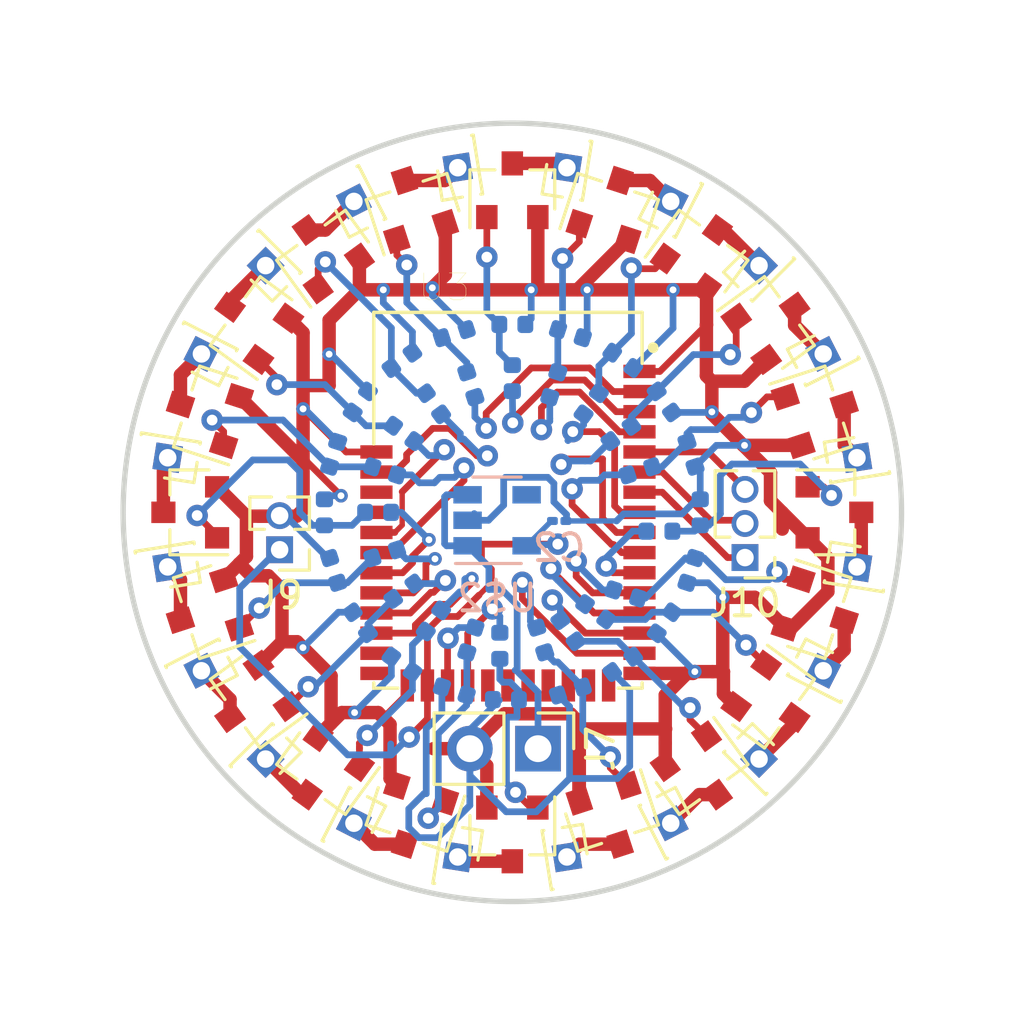
<source format=kicad_pcb>
(kicad_pcb (version 20171130) (host pcbnew 5.1.7-a382d34a8~88~ubuntu20.04.1)
  (layers (0 F.Cu signal) (31 B.Cu signal) (34 B.Paste user) (35 F.Paste user) (36 B.SilkS user) (37 F.SilkS user) (38 B.Mask user) (39 F.Mask user) (44 Edge.Cuts user))
  (net 0 "")
  (net 1 GND)
  (net 2 /+3V)
  (net 3 +8V)
  (net 4 /SWDIO)
  (net 5 /SWDCLK)
  (net 6 /SMA1_PWR)
  (net 7 /SMA2_PWR)
  (net 8 /SMA3_PWR)
  (net 9 /SMA4_PWR)
  (net 10 /SMA5_PWR)
  (net 11 /SMA6_PWR)
  (net 12 /SMA7_PWR)
  (net 13 /SMA8_PWR)
  (net 14 /SMA9_PWR)
  (net 15 /SMA10_PWR)
  (net 16 /SMA11_PWR)
  (net 17 /SMA12_PWR)
  (net 18 /SMA13_PWR)
  (net 19 /SMA14_PWR)
  (net 20 /SMA15_PWR)
  (net 21 /SMA16_PWR)
  (net 22 /SMA17_PWR)
  (net 23 /SMA18_PWR)
  (net 24 /SMA19_PWR)
  (net 25 /SMA20_PWR)
  (net 26 "Net-(Q1-Pad1)")
  (net 27 "Net-(Q2-Pad1)")
  (net 28 "Net-(Q3-Pad1)")
  (net 29 "Net-(Q4-Pad1)")
  (net 30 "Net-(Q5-Pad1)")
  (net 31 "Net-(Q6-Pad1)")
  (net 32 "Net-(Q7-Pad1)")
  (net 33 "Net-(Q8-Pad1)")
  (net 34 "Net-(Q9-Pad1)")
  (net 35 "Net-(Q10-Pad1)")
  (net 36 "Net-(Q11-Pad1)")
  (net 37 "Net-(Q12-Pad1)")
  (net 38 "Net-(Q13-Pad1)")
  (net 39 "Net-(Q14-Pad1)")
  (net 40 "Net-(Q15-Pad1)")
  (net 41 "Net-(Q16-Pad1)")
  (net 42 "Net-(Q17-Pad1)")
  (net 43 "Net-(Q18-Pad1)")
  (net 44 "Net-(Q19-Pad1)")
  (net 45 "Net-(Q20-Pad1)")
  (net 46 /SMA1_SIG)
  (net 47 /SMA2_SIG)
  (net 48 /SMA3_SIG)
  (net 49 /SMA4_SIG)
  (net 50 /SMA5_SIG)
  (net 51 /SMA6_SIG)
  (net 52 /SMA7_SIG)
  (net 53 /SMA8_SIG)
  (net 54 /SMA9_SIG)
  (net 55 /SMA10_SIG)
  (net 56 /SMA11_SIG)
  (net 57 /SMA12_SIG)
  (net 58 /SMA13_SIG)
  (net 59 /SMA14_SIG)
  (net 60 /SMA15_SIG)
  (net 61 /SMA16_SIG)
  (net 62 /SMA17_SIG)
  (net 63 /SMA18_SIG)
  (net 64 /SMA19_SIG)
  (net 65 /SMA20_SIG)
  (net 66 "Net-(U3-Pad23)")
  (net 67 "Net-(U3-Pad29)")
  (net 68 "Net-(U3-Pad28)")
  (net 69 /RESET)
  (net 70 "Net-(U$2-Pad4)")
  (net 71 "Net-(U3-Pad17)")
  (net 72 "Net-(U3-Pad18)")
  (net 73 "Net-(U3-Pad20)")
  (net 74 "Net-(U3-Pad19)")
  (net 75 "Net-(U3-Pad21)")
  (net 76 "Net-(U3-Pad22)")
  (net 77 "Net-(U3-Pad36)")
  (net 78 "Net-(U3-Pad37)")
  (module Connector_PinHeader_1.27mm:PinHeader_1x03_P1.27mm_Vertical (layer F.Cu) (at 117.66804 110.68558 180)
    (fp_text reference J10 (at 0 -1.695) (layer F.SilkS))
    (fp_text value 61300311121)
    (pad 3 thru_hole oval (at 0 2.54 180) (size 1 1) (drill 0.65) (layers *.Cu *.Mask) (net 4 /SWDIO))
    (pad 2 thru_hole oval (at 0 1.27 180) (size 1 1) (drill 0.65) (layers *.Cu *.Mask) (net 5 /SWDCLK))
    (pad 1 thru_hole rect (at 0 0 180) (size 1 1) (drill 0.65) (layers *.Cu *.Mask) (net 69 /RESET))
  )
  (module Package_TO_SOT_SMD:SOT-23 (layer F.Cu) (at 97.587321 105.291796 162)
    (fp_text reference Q20 hide)
    (fp_text value MOSFET-NREFLOW)
    (pad 3 smd rect (at 1 0 162) (size 0.9 0.8) (layers F.Cu F.Paste F.Mask) (net 25 /SMA20_PWR))
    (pad 2 smd rect (at -1 0.95 162) (size 0.9 0.8) (layers F.Cu F.Paste F.Mask) (net 1 GND))
    (pad 1 smd rect (at -1 -0.95 162) (size 0.9 0.8) (layers F.Cu F.Paste F.Mask) (net 45 "Net-(Q20-Pad1)"))
  )
  (module Connector_PinHeader_1.27mm:PinHeader_1x02_P1.27mm_Vertical (layer F.Cu) (at 100.33 110.39348 180)
    (fp_text reference J9 (at 0 -1.695) (layer F.SilkS))
    (fp_text value 61300211121)
    (pad 2 thru_hole oval (at 0 1.27 180) (size 1 1) (drill 0.65) (layers *.Cu *.Mask) (net 1 GND))
    (pad 1 thru_hole rect (at 0 0 180) (size 1 1) (drill 0.65) (layers *.Cu *.Mask) (net 2 /+3V))
  )
  (module Package_TO_SOT_SMD:SOT-23-5 (layer B.Cu) (at 108.4326 109.2962)
    (fp_text reference U$2 (at 0 2.9) (layer B.SilkS) (effects (justify mirror)))
    (fp_text value SPX3819M5_3_3)
    (pad 1 smd rect (at -1.1 0.95) (size 1.06 0.65) (layers B.Cu B.Paste B.Mask) (net 3 +8V))
    (pad 2 smd rect (at -1.1 0) (size 1.06 0.65) (layers B.Cu B.Paste B.Mask) (net 1 GND))
    (pad 3 smd rect (at -1.1 -0.95) (size 1.06 0.65) (layers B.Cu B.Paste B.Mask) (net 3 +8V))
    (pad 4 smd rect (at 1.1 -0.95) (size 1.06 0.65) (layers B.Cu B.Paste B.Mask) (net 70 "Net-(U$2-Pad4)"))
    (pad 5 smd rect (at 1.1 0.95) (size 1.06 0.65) (layers B.Cu B.Paste B.Mask) (net 2 /+3V))
  )
  (module BL652-SA-01:XCVR_BL652-SA-01 (layer F.Cu) (at 108.8368 108.5506)
    (fp_text reference U3 (at -2.37522 -7.93209) (layer F.SilkS) (effects (font (size 1.00178 1.00178) (thickness 0.015))))
    (fp_text value BL652-SA-01)
    (pad 1 smd rect (at 4.9 -4.8) (size 1.2 0.5) (layers F.Cu F.Paste F.Mask) (net 1 GND))
    (pad 2 smd rect (at 4.9 -4.05) (size 1.2 0.5) (layers F.Cu F.Paste F.Mask) (net 62 /SMA17_SIG))
    (pad 4 smd rect (at 4.9 -2.55) (size 1.2 0.5) (layers F.Cu F.Paste F.Mask) (net 60 /SMA15_SIG))
    (pad 3 smd rect (at 4.9 -3.3) (size 1.2 0.5) (layers F.Cu F.Paste F.Mask) (net 61 /SMA16_SIG))
    (pad 8 smd rect (at 4.9 0.45) (size 1.2 0.5) (layers F.Cu F.Paste F.Mask) (net 59 /SMA14_SIG))
    (pad 7 smd rect (at 4.9 -0.3) (size 1.2 0.5) (layers F.Cu F.Paste F.Mask) (net 69 /RESET))
    (pad 5 smd rect (at 4.9 -1.8) (size 1.2 0.5) (layers F.Cu F.Paste F.Mask) (net 4 /SWDIO))
    (pad 6 smd rect (at 4.9 -1.05) (size 1.2 0.5) (layers F.Cu F.Paste F.Mask) (net 5 /SWDCLK))
    (pad 16 smd rect (at 4.9 6.45) (size 1.2 0.5) (layers F.Cu F.Paste F.Mask) (net 1 GND))
    (pad 15 smd rect (at 4.9 5.7) (size 1.2 0.5) (layers F.Cu F.Paste F.Mask) (net 52 /SMA7_SIG))
    (pad 13 smd rect (at 4.9 4.2) (size 1.2 0.5) (layers F.Cu F.Paste F.Mask) (net 54 /SMA9_SIG))
    (pad 14 smd rect (at 4.9 4.95) (size 1.2 0.5) (layers F.Cu F.Paste F.Mask) (net 53 /SMA8_SIG))
    (pad 9 smd rect (at 4.9 1.2) (size 1.2 0.5) (layers F.Cu F.Paste F.Mask) (net 58 /SMA13_SIG))
    (pad 10 smd rect (at 4.9 1.95) (size 1.2 0.5) (layers F.Cu F.Paste F.Mask) (net 57 /SMA12_SIG))
    (pad 12 smd rect (at 4.9 3.45) (size 1.2 0.5) (layers F.Cu F.Paste F.Mask) (net 55 /SMA10_SIG))
    (pad 11 smd rect (at 4.9 2.7) (size 1.2 0.5) (layers F.Cu F.Paste F.Mask) (net 56 /SMA11_SIG))
    (pad 36 smd rect (at -4.9 0.45) (size 1.2 0.5) (layers F.Cu F.Paste F.Mask) (net 77 "Net-(U3-Pad36)"))
    (pad 37 smd rect (at -4.9 -0.3) (size 1.2 0.5) (layers F.Cu F.Paste F.Mask) (net 78 "Net-(U3-Pad37)"))
    (pad 28 smd rect (at -4.9 6.45) (size 1.2 0.5) (layers F.Cu F.Paste F.Mask) (net 68 "Net-(U3-Pad28)"))
    (pad 29 smd rect (at -4.9 5.7) (size 1.2 0.5) (layers F.Cu F.Paste F.Mask) (net 67 "Net-(U3-Pad29)"))
    (pad 31 smd rect (at -4.9 4.2) (size 1.2 0.5) (layers F.Cu F.Paste F.Mask) (net 48 /SMA3_SIG))
    (pad 30 smd rect (at -4.9 4.95) (size 1.2 0.5) (layers F.Cu F.Paste F.Mask) (net 49 /SMA4_SIG))
    (pad 35 smd rect (at -4.9 1.2) (size 1.2 0.5) (layers F.Cu F.Paste F.Mask) (net 64 /SMA19_SIG))
    (pad 34 smd rect (at -4.9 1.95) (size 1.2 0.5) (layers F.Cu F.Paste F.Mask) (net 65 /SMA20_SIG))
    (pad 32 smd rect (at -4.9 3.45) (size 1.2 0.5) (layers F.Cu F.Paste F.Mask) (net 47 /SMA2_SIG))
    (pad 33 smd rect (at -4.9 2.7) (size 1.2 0.5) (layers F.Cu F.Paste F.Mask) (net 46 /SMA1_SIG))
    (pad 38 smd rect (at -4.9 -1.05) (size 1.2 0.5) (layers F.Cu F.Paste F.Mask) (net 63 /SMA18_SIG))
    (pad 39 smd rect (at -4.9 -1.8) (size 1.2 0.5) (layers F.Cu F.Paste F.Mask) (net 1 GND))
    (pad 25 smd rect (at -2.25 6.9) (size 0.5 1.2) (layers F.Cu F.Paste F.Mask) (net 50 /SMA5_SIG))
    (pad 26 smd rect (at -3 6.9) (size 0.5 1.2) (layers F.Cu F.Paste F.Mask) (net 2 /+3V))
    (pad 17 smd rect (at 3.75 6.9) (size 0.5 1.2) (layers F.Cu F.Paste F.Mask) (net 71 "Net-(U3-Pad17)"))
    (pad 18 smd rect (at 3 6.9) (size 0.5 1.2) (layers F.Cu F.Paste F.Mask) (net 72 "Net-(U3-Pad18)"))
    (pad 20 smd rect (at 1.5 6.9) (size 0.5 1.2) (layers F.Cu F.Paste F.Mask) (net 73 "Net-(U3-Pad20)"))
    (pad 19 smd rect (at 2.25 6.9) (size 0.5 1.2) (layers F.Cu F.Paste F.Mask) (net 74 "Net-(U3-Pad19)"))
    (pad 24 smd rect (at -1.5 6.9) (size 0.5 1.2) (layers F.Cu F.Paste F.Mask) (net 51 /SMA6_SIG))
    (pad 23 smd rect (at -0.75 6.9) (size 0.5 1.2) (layers F.Cu F.Paste F.Mask) (net 66 "Net-(U3-Pad23)"))
    (pad 21 smd rect (at 0.75 6.9) (size 0.5 1.2) (layers F.Cu F.Paste F.Mask) (net 75 "Net-(U3-Pad21)"))
    (pad 22 smd rect (at 0 6.9) (size 0.5 1.2) (layers F.Cu F.Paste F.Mask) (net 76 "Net-(U3-Pad22)"))
    (pad 27 smd rect (at -3.75 6.9) (size 0.5 1.2) (layers F.Cu F.Paste F.Mask) (net 1 GND))
  )
  (module Resistor_SMD:R_0402_1005Metric (layer B.Cu) (at 104.244717 107.454915 162)
    (fp_text reference RS20 hide)
    (fp_text value " ")
    (pad 1 smd roundrect (at -0.485 0 162) (size 0.59 0.64) (layers B.Cu B.Paste B.Mask) (net 65 /SMA20_SIG))
    (pad 2 smd roundrect (at 0.485 0 162) (size 0.59 0.64) (layers B.Cu B.Paste B.Mask) (net 45 "Net-(Q20-Pad1)"))
  )
  (module Resistor_SMD:R_0402_1005Metric (layer B.Cu) (at 104.954915 106.061073 144)
    (fp_text reference RS19 hide)
    (fp_text value " ")
    (pad 1 smd roundrect (at -0.485 0 144) (size 0.59 0.64) (layers B.Cu B.Paste B.Mask) (net 64 /SMA19_SIG))
    (pad 2 smd roundrect (at 0.485 0 144) (size 0.59 0.64) (layers B.Cu B.Paste B.Mask) (net 44 "Net-(Q19-Pad1)"))
  )
  (module Resistor_SMD:R_0402_1005Metric (layer B.Cu) (at 106.061073 104.954915 126)
    (fp_text reference RS18 hide)
    (fp_text value " ")
    (pad 1 smd roundrect (at -0.485 0 126) (size 0.59 0.64) (layers B.Cu B.Paste B.Mask) (net 63 /SMA18_SIG))
    (pad 2 smd roundrect (at 0.485 0 126) (size 0.59 0.64) (layers B.Cu B.Paste B.Mask) (net 43 "Net-(Q18-Pad1)"))
  )
  (module Resistor_SMD:R_0402_1005Metric (layer B.Cu) (at 107.454915 104.244717 108)
    (fp_text reference RS17 hide)
    (fp_text value " ")
    (pad 1 smd roundrect (at -0.485 0 108) (size 0.59 0.64) (layers B.Cu B.Paste B.Mask) (net 62 /SMA17_SIG))
    (pad 2 smd roundrect (at 0.485 0 108) (size 0.59 0.64) (layers B.Cu B.Paste B.Mask) (net 42 "Net-(Q17-Pad1)"))
  )
  (module Resistor_SMD:R_0402_1005Metric (layer B.Cu) (at 109 104 90)
    (fp_text reference RS16 hide)
    (fp_text value " ")
    (pad 1 smd roundrect (at -0.485 0 90) (size 0.59 0.64) (layers B.Cu B.Paste B.Mask) (net 61 /SMA16_SIG))
    (pad 2 smd roundrect (at 0.485 0 90) (size 0.59 0.64) (layers B.Cu B.Paste B.Mask) (net 41 "Net-(Q16-Pad1)"))
  )
  (module Resistor_SMD:R_0402_1005Metric (layer B.Cu) (at 110.545084 104.244717 72)
    (fp_text reference RS15 hide)
    (fp_text value " ")
    (pad 1 smd roundrect (at -0.485 0 72) (size 0.59 0.64) (layers B.Cu B.Paste B.Mask) (net 60 /SMA15_SIG))
    (pad 2 smd roundrect (at 0.485 0 72) (size 0.59 0.64) (layers B.Cu B.Paste B.Mask) (net 40 "Net-(Q15-Pad1)"))
  )
  (module Resistor_SMD:R_0402_1005Metric (layer B.Cu) (at 111.938926 104.954915 54)
    (fp_text reference RS14 hide)
    (fp_text value " ")
    (pad 1 smd roundrect (at -0.485 0 54) (size 0.59 0.64) (layers B.Cu B.Paste B.Mask) (net 59 /SMA14_SIG))
    (pad 2 smd roundrect (at 0.485 0 54) (size 0.59 0.64) (layers B.Cu B.Paste B.Mask) (net 39 "Net-(Q14-Pad1)"))
  )
  (module Resistor_SMD:R_0402_1005Metric (layer B.Cu) (at 113.045084 106.061073 36)
    (fp_text reference RS13 hide)
    (fp_text value " ")
    (pad 1 smd roundrect (at -0.485 0 36) (size 0.59 0.64) (layers B.Cu B.Paste B.Mask) (net 58 /SMA13_SIG))
    (pad 2 smd roundrect (at 0.485 0 36) (size 0.59 0.64) (layers B.Cu B.Paste B.Mask) (net 38 "Net-(Q13-Pad1)"))
  )
  (module Resistor_SMD:R_0402_1005Metric (layer B.Cu) (at 113.755282 107.454915 18)
    (fp_text reference RS12 hide)
    (fp_text value " ")
    (pad 1 smd roundrect (at -0.485 0 18) (size 0.59 0.64) (layers B.Cu B.Paste B.Mask) (net 57 /SMA12_SIG))
    (pad 2 smd roundrect (at 0.485 0 18) (size 0.59 0.64) (layers B.Cu B.Paste B.Mask) (net 37 "Net-(Q12-Pad1)"))
  )
  (module Resistor_SMD:R_0402_1005Metric (layer B.Cu) (at 114.4778 109.7026)
    (fp_text reference RS11 hide)
    (fp_text value " ")
    (pad 1 smd roundrect (at -0.485 0) (size 0.59 0.64) (layers B.Cu B.Paste B.Mask) (net 56 /SMA11_SIG))
    (pad 2 smd roundrect (at 0.485 0) (size 0.59 0.64) (layers B.Cu B.Paste B.Mask) (net 36 "Net-(Q11-Pad1)"))
  )
  (module Resistor_SMD:R_0402_1005Metric (layer B.Cu) (at 113.229138 112.041927 342)
    (fp_text reference RS10 hide)
    (fp_text value " ")
    (pad 1 smd roundrect (at -0.485 0 342) (size 0.59 0.64) (layers B.Cu B.Paste B.Mask) (net 55 /SMA10_SIG))
    (pad 2 smd roundrect (at 0.485 0 342) (size 0.59 0.64) (layers B.Cu B.Paste B.Mask) (net 35 "Net-(Q10-Pad1)"))
  )
  (module Resistor_SMD:R_0402_1005Metric (layer B.Cu) (at 112.101573 112.705476 324)
    (fp_text reference RS9 hide)
    (fp_text value " ")
    (pad 1 smd roundrect (at -0.485 0 324) (size 0.59 0.64) (layers B.Cu B.Paste B.Mask) (net 54 /SMA9_SIG))
    (pad 2 smd roundrect (at 0.485 0 324) (size 0.59 0.64) (layers B.Cu B.Paste B.Mask) (net 34 "Net-(Q9-Pad1)"))
  )
  (module Resistor_SMD:R_0402_1005Metric (layer B.Cu) (at 111.0742 113.411 306)
    (fp_text reference RS8 hide)
    (fp_text value " ")
    (pad 1 smd roundrect (at -0.485 0 306) (size 0.59 0.64) (layers B.Cu B.Paste B.Mask) (net 53 /SMA8_SIG))
    (pad 2 smd roundrect (at 0.485 0 306) (size 0.59 0.64) (layers B.Cu B.Paste B.Mask) (net 33 "Net-(Q8-Pad1)"))
  )
  (module Resistor_SMD:R_0402_1005Metric (layer B.Cu) (at 110.0582 113.755282 288)
    (fp_text reference RS7 hide)
    (fp_text value " ")
    (pad 1 smd roundrect (at -0.485 0 288) (size 0.59 0.64) (layers B.Cu B.Paste B.Mask) (net 52 /SMA7_SIG))
    (pad 2 smd roundrect (at 0.485 0 288) (size 0.59 0.64) (layers B.Cu B.Paste B.Mask) (net 32 "Net-(Q7-Pad1)"))
  )
  (module Resistor_SMD:R_0402_1005Metric (layer B.Cu) (at 108.5342 113.9722 270)
    (fp_text reference RS6 hide)
    (fp_text value " ")
    (pad 1 smd roundrect (at -0.485 0 270) (size 0.59 0.64) (layers B.Cu B.Paste B.Mask) (net 51 /SMA6_SIG))
    (pad 2 smd roundrect (at 0.485 0 270) (size 0.59 0.64) (layers B.Cu B.Paste B.Mask) (net 31 "Net-(Q6-Pad1)"))
  )
  (module Resistor_SMD:R_0402_1005Metric (layer B.Cu) (at 107.454915 113.755282 252)
    (fp_text reference RS5 hide)
    (fp_text value " ")
    (pad 1 smd roundrect (at -0.485 0 252) (size 0.59 0.64) (layers B.Cu B.Paste B.Mask) (net 50 /SMA5_SIG))
    (pad 2 smd roundrect (at 0.485 0 252) (size 0.59 0.64) (layers B.Cu B.Paste B.Mask) (net 30 "Net-(Q5-Pad1)"))
  )
  (module Resistor_SMD:R_0402_1005Metric (layer B.Cu) (at 106.061073 113.045084 234)
    (fp_text reference RS4 hide)
    (fp_text value " ")
    (pad 1 smd roundrect (at -0.485 0 234) (size 0.59 0.64) (layers B.Cu B.Paste B.Mask) (net 49 /SMA4_SIG))
    (pad 2 smd roundrect (at 0.485 0 234) (size 0.59 0.64) (layers B.Cu B.Paste B.Mask) (net 29 "Net-(Q4-Pad1)"))
  )
  (module Resistor_SMD:R_0402_1005Metric (layer B.Cu) (at 104.954915 111.938926 216)
    (fp_text reference RS3 hide)
    (fp_text value " ")
    (pad 1 smd roundrect (at -0.485 0 216) (size 0.59 0.64) (layers B.Cu B.Paste B.Mask) (net 48 /SMA3_SIG))
    (pad 2 smd roundrect (at 0.485 0 216) (size 0.59 0.64) (layers B.Cu B.Paste B.Mask) (net 28 "Net-(Q3-Pad1)"))
  )
  (module Resistor_SMD:R_0402_1005Metric (layer B.Cu) (at 104.244717 110.545084 198)
    (fp_text reference RS2 hide)
    (fp_text value " ")
    (pad 1 smd roundrect (at -0.485 0 198) (size 0.59 0.64) (layers B.Cu B.Paste B.Mask) (net 47 /SMA2_SIG))
    (pad 2 smd roundrect (at 0.485 0 198) (size 0.59 0.64) (layers B.Cu B.Paste B.Mask) (net 27 "Net-(Q2-Pad1)"))
  )
  (module Resistor_SMD:R_0402_1005Metric (layer B.Cu) (at 104 109 180)
    (fp_text reference RS1 hide)
    (fp_text value " ")
    (pad 1 smd roundrect (at -0.485 0 180) (size 0.59 0.64) (layers B.Cu B.Paste B.Mask) (net 46 /SMA1_SIG))
    (pad 2 smd roundrect (at 0.485 0 180) (size 0.59 0.64) (layers B.Cu B.Paste B.Mask) (net 26 "Net-(Q1-Pad1)"))
  )
  (module Resistor_SMD:R_0402_1005Metric (layer B.Cu) (at 102.342604 106.836881 252)
    (fp_text reference RP20 hide)
    (fp_text value " ")
    (pad 1 smd roundrect (at -0.485 0 252) (size 0.59 0.64) (layers B.Cu B.Paste B.Mask) (net 1 GND))
    (pad 2 smd roundrect (at 0.485 0 252) (size 0.59 0.64) (layers B.Cu B.Paste B.Mask) (net 45 "Net-(Q20-Pad1)"))
  )
  (module Resistor_SMD:R_0402_1005Metric (layer B.Cu) (at 103.336881 104.885503 234)
    (fp_text reference RP19 hide)
    (fp_text value " ")
    (pad 1 smd roundrect (at -0.485 0 234) (size 0.59 0.64) (layers B.Cu B.Paste B.Mask) (net 1 GND))
    (pad 2 smd roundrect (at 0.485 0 234) (size 0.59 0.64) (layers B.Cu B.Paste B.Mask) (net 44 "Net-(Q19-Pad1)"))
  )
  (module Resistor_SMD:R_0402_1005Metric (layer B.Cu) (at 104.885503 103.336881 216)
    (fp_text reference RP18 hide)
    (fp_text value " ")
    (pad 1 smd roundrect (at -0.485 0 216) (size 0.59 0.64) (layers B.Cu B.Paste B.Mask) (net 1 GND))
    (pad 2 smd roundrect (at 0.485 0 216) (size 0.59 0.64) (layers B.Cu B.Paste B.Mask) (net 43 "Net-(Q18-Pad1)"))
  )
  (module Resistor_SMD:R_0402_1005Metric (layer B.Cu) (at 106.836881 102.342604 198)
    (fp_text reference RP17 hide)
    (fp_text value " ")
    (pad 1 smd roundrect (at -0.485 0 198) (size 0.59 0.64) (layers B.Cu B.Paste B.Mask) (net 1 GND))
    (pad 2 smd roundrect (at 0.485 0 198) (size 0.59 0.64) (layers B.Cu B.Paste B.Mask) (net 42 "Net-(Q17-Pad1)"))
  )
  (module Resistor_SMD:R_0402_1005Metric (layer B.Cu) (at 109 102 180)
    (fp_text reference RP16 hide)
    (fp_text value " ")
    (pad 1 smd roundrect (at -0.485 0 180) (size 0.59 0.64) (layers B.Cu B.Paste B.Mask) (net 1 GND))
    (pad 2 smd roundrect (at 0.485 0 180) (size 0.59 0.64) (layers B.Cu B.Paste B.Mask) (net 41 "Net-(Q16-Pad1)"))
  )
  (module Resistor_SMD:R_0402_1005Metric (layer B.Cu) (at 111.163118 102.342604 162)
    (fp_text reference RP15 hide)
    (fp_text value " ")
    (pad 1 smd roundrect (at -0.485 0 162) (size 0.59 0.64) (layers B.Cu B.Paste B.Mask) (net 1 GND))
    (pad 2 smd roundrect (at 0.485 0 162) (size 0.59 0.64) (layers B.Cu B.Paste B.Mask) (net 40 "Net-(Q15-Pad1)"))
  )
  (module Resistor_SMD:R_0402_1005Metric (layer B.Cu) (at 113.114496 103.336881 144)
    (fp_text reference RP14 hide)
    (fp_text value " ")
    (pad 1 smd roundrect (at -0.485 0 144) (size 0.59 0.64) (layers B.Cu B.Paste B.Mask) (net 1 GND))
    (pad 2 smd roundrect (at 0.485 0 144) (size 0.59 0.64) (layers B.Cu B.Paste B.Mask) (net 39 "Net-(Q14-Pad1)"))
  )
  (module Resistor_SMD:R_0402_1005Metric (layer B.Cu) (at 114.663118 104.885503 126)
    (fp_text reference RP13 hide)
    (fp_text value " ")
    (pad 1 smd roundrect (at -0.485 0 126) (size 0.59 0.64) (layers B.Cu B.Paste B.Mask) (net 1 GND))
    (pad 2 smd roundrect (at 0.485 0 126) (size 0.59 0.64) (layers B.Cu B.Paste B.Mask) (net 38 "Net-(Q13-Pad1)"))
  )
  (module Resistor_SMD:R_0402_1005Metric (layer B.Cu) (at 115.657395 106.836881 108)
    (fp_text reference RP12 hide)
    (fp_text value " ")
    (pad 1 smd roundrect (at -0.485 0 108) (size 0.59 0.64) (layers B.Cu B.Paste B.Mask) (net 1 GND))
    (pad 2 smd roundrect (at 0.485 0 108) (size 0.59 0.64) (layers B.Cu B.Paste B.Mask) (net 37 "Net-(Q12-Pad1)"))
  )
  (module Resistor_SMD:R_0402_1005Metric (layer B.Cu) (at 116 109 270)
    (fp_text reference RP11 hide)
    (fp_text value " ")
    (pad 1 smd roundrect (at -0.485 0 270) (size 0.59 0.64) (layers B.Cu B.Paste B.Mask) (net 1 GND))
    (pad 2 smd roundrect (at 0.485 0 270) (size 0.59 0.64) (layers B.Cu B.Paste B.Mask) (net 36 "Net-(Q11-Pad1)"))
  )
  (module Resistor_SMD:R_0402_1005Metric (layer B.Cu) (at 115.657395 111.163118 72)
    (fp_text reference RP10 hide)
    (fp_text value " ")
    (pad 1 smd roundrect (at -0.485 0 72) (size 0.59 0.64) (layers B.Cu B.Paste B.Mask) (net 1 GND))
    (pad 2 smd roundrect (at 0.485 0 72) (size 0.59 0.64) (layers B.Cu B.Paste B.Mask) (net 35 "Net-(Q10-Pad1)"))
  )
  (module Resistor_SMD:R_0402_1005Metric (layer B.Cu) (at 114.663118 113.114496 54)
    (fp_text reference RP9 hide)
    (fp_text value " ")
    (pad 1 smd roundrect (at -0.485 0 54) (size 0.59 0.64) (layers B.Cu B.Paste B.Mask) (net 1 GND))
    (pad 2 smd roundrect (at 0.485 0 54) (size 0.59 0.64) (layers B.Cu B.Paste B.Mask) (net 34 "Net-(Q9-Pad1)"))
  )
  (module Resistor_SMD:R_0402_1005Metric (layer B.Cu) (at 113.114496 114.663118 36)
    (fp_text reference RP8 hide)
    (fp_text value " ")
    (pad 1 smd roundrect (at -0.485 0 36) (size 0.59 0.64) (layers B.Cu B.Paste B.Mask) (net 1 GND))
    (pad 2 smd roundrect (at 0.485 0 36) (size 0.59 0.64) (layers B.Cu B.Paste B.Mask) (net 33 "Net-(Q8-Pad1)"))
  )
  (module Resistor_SMD:R_0402_1005Metric (layer B.Cu) (at 111.163118 115.657395 18)
    (fp_text reference RP7 hide)
    (fp_text value " ")
    (pad 1 smd roundrect (at -0.485 0 18) (size 0.59 0.64) (layers B.Cu B.Paste B.Mask) (net 1 GND))
    (pad 2 smd roundrect (at 0.485 0 18) (size 0.59 0.64) (layers B.Cu B.Paste B.Mask) (net 32 "Net-(Q7-Pad1)"))
  )
  (module Resistor_SMD:R_0402_1005Metric (layer B.Cu) (at 108.7604 115.9764)
    (fp_text reference RP6 hide)
    (fp_text value " ")
    (pad 1 smd roundrect (at -0.485 0) (size 0.59 0.64) (layers B.Cu B.Paste B.Mask) (net 1 GND))
    (pad 2 smd roundrect (at 0.485 0) (size 0.59 0.64) (layers B.Cu B.Paste B.Mask) (net 31 "Net-(Q6-Pad1)"))
  )
  (module Resistor_SMD:R_0402_1005Metric (layer B.Cu) (at 106.836881 115.657395 342)
    (fp_text reference RP5 hide)
    (fp_text value " ")
    (pad 1 smd roundrect (at -0.485 0 342) (size 0.59 0.64) (layers B.Cu B.Paste B.Mask) (net 1 GND))
    (pad 2 smd roundrect (at 0.485 0 342) (size 0.59 0.64) (layers B.Cu B.Paste B.Mask) (net 30 "Net-(Q5-Pad1)"))
  )
  (module Resistor_SMD:R_0402_1005Metric (layer B.Cu) (at 104.885503 114.663118 324)
    (fp_text reference RP4 hide)
    (fp_text value " ")
    (pad 1 smd roundrect (at -0.485 0 324) (size 0.59 0.64) (layers B.Cu B.Paste B.Mask) (net 1 GND))
    (pad 2 smd roundrect (at 0.485 0 324) (size 0.59 0.64) (layers B.Cu B.Paste B.Mask) (net 29 "Net-(Q4-Pad1)"))
  )
  (module Resistor_SMD:R_0402_1005Metric (layer B.Cu) (at 103.336881 113.114496 306)
    (fp_text reference RP3 hide)
    (fp_text value " ")
    (pad 1 smd roundrect (at -0.485 0 306) (size 0.59 0.64) (layers B.Cu B.Paste B.Mask) (net 1 GND))
    (pad 2 smd roundrect (at 0.485 0 306) (size 0.59 0.64) (layers B.Cu B.Paste B.Mask) (net 28 "Net-(Q3-Pad1)"))
  )
  (module Resistor_SMD:R_0402_1005Metric (layer B.Cu) (at 102.342604 111.163118 288)
    (fp_text reference RP2 hide)
    (fp_text value " ")
    (pad 1 smd roundrect (at -0.485 0 288) (size 0.59 0.64) (layers B.Cu B.Paste B.Mask) (net 1 GND))
    (pad 2 smd roundrect (at 0.485 0 288) (size 0.59 0.64) (layers B.Cu B.Paste B.Mask) (net 27 "Net-(Q2-Pad1)"))
  )
  (module Resistor_SMD:R_0402_1005Metric (layer B.Cu) (at 102 109 270)
    (fp_text reference RP1 hide)
    (fp_text value " ")
    (pad 1 smd roundrect (at -0.485 0 270) (size 0.59 0.64) (layers B.Cu B.Paste B.Mask) (net 1 GND))
    (pad 2 smd roundrect (at 0.485 0 270) (size 0.59 0.64) (layers B.Cu B.Paste B.Mask) (net 26 "Net-(Q1-Pad1)"))
  )
  (module Package_TO_SOT_SMD:SOT-23 (layer F.Cu) (at 99.291796 101.946576 144)
    (fp_text reference Q19 hide)
    (fp_text value MOSFET-NREFLOW)
    (pad 1 smd rect (at -1 -0.95 144) (size 0.9 0.8) (layers F.Cu F.Paste F.Mask) (net 44 "Net-(Q19-Pad1)"))
    (pad 2 smd rect (at -1 0.95 144) (size 0.9 0.8) (layers F.Cu F.Paste F.Mask) (net 1 GND))
    (pad 3 smd rect (at 1 0 144) (size 0.9 0.8) (layers F.Cu F.Paste F.Mask) (net 24 /SMA19_PWR))
  )
  (module Package_TO_SOT_SMD:SOT-23 (layer F.Cu) (at 101.946576 99.291796 126)
    (fp_text reference Q18 hide)
    (fp_text value MOSFET-NREFLOW)
    (pad 1 smd rect (at -1 -0.95 126) (size 0.9 0.8) (layers F.Cu F.Paste F.Mask) (net 43 "Net-(Q18-Pad1)"))
    (pad 2 smd rect (at -1 0.95 126) (size 0.9 0.8) (layers F.Cu F.Paste F.Mask) (net 1 GND))
    (pad 3 smd rect (at 1 0 126) (size 0.9 0.8) (layers F.Cu F.Paste F.Mask) (net 23 /SMA18_PWR))
  )
  (module Package_TO_SOT_SMD:SOT-23 (layer F.Cu) (at 105.291796 97.587321 108)
    (fp_text reference Q17 hide)
    (fp_text value MOSFET-NREFLOW)
    (pad 1 smd rect (at -1 -0.95 108) (size 0.9 0.8) (layers F.Cu F.Paste F.Mask) (net 42 "Net-(Q17-Pad1)"))
    (pad 2 smd rect (at -1 0.95 108) (size 0.9 0.8) (layers F.Cu F.Paste F.Mask) (net 1 GND))
    (pad 3 smd rect (at 1 0 108) (size 0.9 0.8) (layers F.Cu F.Paste F.Mask) (net 22 /SMA17_PWR))
  )
  (module Package_TO_SOT_SMD:SOT-23 (layer F.Cu) (at 109 97 90)
    (fp_text reference Q16 hide)
    (fp_text value MOSFET-NREFLOW)
    (pad 1 smd rect (at -1 -0.95 90) (size 0.9 0.8) (layers F.Cu F.Paste F.Mask) (net 41 "Net-(Q16-Pad1)"))
    (pad 2 smd rect (at -1 0.95 90) (size 0.9 0.8) (layers F.Cu F.Paste F.Mask) (net 1 GND))
    (pad 3 smd rect (at 1 0 90) (size 0.9 0.8) (layers F.Cu F.Paste F.Mask) (net 21 /SMA16_PWR))
  )
  (module Package_TO_SOT_SMD:SOT-23 (layer F.Cu) (at 112.708203 97.587321 72)
    (fp_text reference Q15 hide)
    (fp_text value MOSFET-NREFLOW)
    (pad 1 smd rect (at -1 -0.95 72) (size 0.9 0.8) (layers F.Cu F.Paste F.Mask) (net 40 "Net-(Q15-Pad1)"))
    (pad 2 smd rect (at -1 0.95 72) (size 0.9 0.8) (layers F.Cu F.Paste F.Mask) (net 1 GND))
    (pad 3 smd rect (at 1 0 72) (size 0.9 0.8) (layers F.Cu F.Paste F.Mask) (net 20 /SMA15_PWR))
  )
  (module Package_TO_SOT_SMD:SOT-23 (layer F.Cu) (at 116.053423 99.291796 54)
    (fp_text reference Q14 hide)
    (fp_text value MOSFET-NREFLOW)
    (pad 1 smd rect (at -1 -0.95 54) (size 0.9 0.8) (layers F.Cu F.Paste F.Mask) (net 39 "Net-(Q14-Pad1)"))
    (pad 2 smd rect (at -1 0.95 54) (size 0.9 0.8) (layers F.Cu F.Paste F.Mask) (net 1 GND))
    (pad 3 smd rect (at 1 0 54) (size 0.9 0.8) (layers F.Cu F.Paste F.Mask) (net 19 /SMA14_PWR))
  )
  (module Package_TO_SOT_SMD:SOT-23 (layer F.Cu) (at 118.708203 101.946576 36)
    (fp_text reference Q13 hide)
    (fp_text value MOSFET-NREFLOW)
    (pad 1 smd rect (at -1 -0.95 36) (size 0.9 0.8) (layers F.Cu F.Paste F.Mask) (net 38 "Net-(Q13-Pad1)"))
    (pad 2 smd rect (at -1 0.95 36) (size 0.9 0.8) (layers F.Cu F.Paste F.Mask) (net 1 GND))
    (pad 3 smd rect (at 1 0 36) (size 0.9 0.8) (layers F.Cu F.Paste F.Mask) (net 18 /SMA13_PWR))
  )
  (module Package_TO_SOT_SMD:SOT-23 (layer F.Cu) (at 120.412678 105.291796 18)
    (fp_text reference Q12 hide)
    (fp_text value MOSFET-NREFLOW)
    (pad 1 smd rect (at -1 -0.95 18) (size 0.9 0.8) (layers F.Cu F.Paste F.Mask) (net 37 "Net-(Q12-Pad1)"))
    (pad 2 smd rect (at -1 0.95 18) (size 0.9 0.8) (layers F.Cu F.Paste F.Mask) (net 1 GND))
    (pad 3 smd rect (at 1 0 18) (size 0.9 0.8) (layers F.Cu F.Paste F.Mask) (net 17 /SMA12_PWR))
  )
  (module Package_TO_SOT_SMD:SOT-23 (layer F.Cu) (at 121 109)
    (fp_text reference Q11 hide)
    (fp_text value MOSFET-NREFLOW)
    (pad 1 smd rect (at -1 -0.95) (size 0.9 0.8) (layers F.Cu F.Paste F.Mask) (net 36 "Net-(Q11-Pad1)"))
    (pad 2 smd rect (at -1 0.95) (size 0.9 0.8) (layers F.Cu F.Paste F.Mask) (net 1 GND))
    (pad 3 smd rect (at 1 0) (size 0.9 0.8) (layers F.Cu F.Paste F.Mask) (net 16 /SMA11_PWR))
  )
  (module Package_TO_SOT_SMD:SOT-23 (layer F.Cu) (at 120.412678 112.708203 342)
    (fp_text reference Q10 hide)
    (fp_text value MOSFET-NREFLOW)
    (pad 1 smd rect (at -1 -0.95 342) (size 0.9 0.8) (layers F.Cu F.Paste F.Mask) (net 35 "Net-(Q10-Pad1)"))
    (pad 2 smd rect (at -1 0.95 342) (size 0.9 0.8) (layers F.Cu F.Paste F.Mask) (net 1 GND))
    (pad 3 smd rect (at 1 0 342) (size 0.9 0.8) (layers F.Cu F.Paste F.Mask) (net 15 /SMA10_PWR))
  )
  (module Package_TO_SOT_SMD:SOT-23 (layer F.Cu) (at 118.708203 116.053423 324)
    (fp_text reference Q9 hide)
    (fp_text value MOSFET-NREFLOW)
    (pad 1 smd rect (at -1 -0.95 324) (size 0.9 0.8) (layers F.Cu F.Paste F.Mask) (net 34 "Net-(Q9-Pad1)"))
    (pad 2 smd rect (at -1 0.95 324) (size 0.9 0.8) (layers F.Cu F.Paste F.Mask) (net 1 GND))
    (pad 3 smd rect (at 1 0 324) (size 0.9 0.8) (layers F.Cu F.Paste F.Mask) (net 14 /SMA9_PWR))
  )
  (module Package_TO_SOT_SMD:SOT-23 (layer F.Cu) (at 116.053423 118.708203 306)
    (fp_text reference Q8 hide)
    (fp_text value MOSFET-NREFLOW)
    (pad 1 smd rect (at -1 -0.95 306) (size 0.9 0.8) (layers F.Cu F.Paste F.Mask) (net 33 "Net-(Q8-Pad1)"))
    (pad 2 smd rect (at -1 0.95 306) (size 0.9 0.8) (layers F.Cu F.Paste F.Mask) (net 1 GND))
    (pad 3 smd rect (at 1 0 306) (size 0.9 0.8) (layers F.Cu F.Paste F.Mask) (net 13 /SMA8_PWR))
  )
  (module Package_TO_SOT_SMD:SOT-23 (layer F.Cu) (at 112.708203 120.412678 288)
    (fp_text reference Q7 hide)
    (fp_text value MOSFET-NREFLOW)
    (pad 1 smd rect (at -1 -0.95 288) (size 0.9 0.8) (layers F.Cu F.Paste F.Mask) (net 32 "Net-(Q7-Pad1)"))
    (pad 2 smd rect (at -1 0.95 288) (size 0.9 0.8) (layers F.Cu F.Paste F.Mask) (net 1 GND))
    (pad 3 smd rect (at 1 0 288) (size 0.9 0.8) (layers F.Cu F.Paste F.Mask) (net 12 /SMA7_PWR))
  )
  (module Package_TO_SOT_SMD:SOT-23 (layer F.Cu) (at 109 121 270)
    (fp_text reference Q6 hide)
    (fp_text value MOSFET-NREFLOW)
    (pad 1 smd rect (at -1 -0.95 270) (size 0.9 0.8) (layers F.Cu F.Paste F.Mask) (net 31 "Net-(Q6-Pad1)"))
    (pad 2 smd rect (at -1 0.95 270) (size 0.9 0.8) (layers F.Cu F.Paste F.Mask) (net 1 GND))
    (pad 3 smd rect (at 1 0 270) (size 0.9 0.8) (layers F.Cu F.Paste F.Mask) (net 11 /SMA6_PWR))
  )
  (module Package_TO_SOT_SMD:SOT-23 (layer F.Cu) (at 105.291796 120.412678 252)
    (fp_text reference Q5 hide)
    (fp_text value MOSFET-NREFLOW)
    (pad 1 smd rect (at -1 -0.95 252) (size 0.9 0.8) (layers F.Cu F.Paste F.Mask) (net 30 "Net-(Q5-Pad1)"))
    (pad 2 smd rect (at -1 0.95 252) (size 0.9 0.8) (layers F.Cu F.Paste F.Mask) (net 1 GND))
    (pad 3 smd rect (at 1 0 252) (size 0.9 0.8) (layers F.Cu F.Paste F.Mask) (net 10 /SMA5_PWR))
  )
  (module Package_TO_SOT_SMD:SOT-23 (layer F.Cu) (at 101.946576 118.708203 234)
    (fp_text reference Q4 hide)
    (fp_text value MOSFET-NREFLOW)
    (pad 1 smd rect (at -1 -0.95 234) (size 0.9 0.8) (layers F.Cu F.Paste F.Mask) (net 29 "Net-(Q4-Pad1)"))
    (pad 2 smd rect (at -1 0.95 234) (size 0.9 0.8) (layers F.Cu F.Paste F.Mask) (net 1 GND))
    (pad 3 smd rect (at 1 0 234) (size 0.9 0.8) (layers F.Cu F.Paste F.Mask) (net 9 /SMA4_PWR))
  )
  (module Package_TO_SOT_SMD:SOT-23 (layer F.Cu) (at 99.291796 116.053423 216)
    (fp_text reference Q3 hide)
    (fp_text value MOSFET-NREFLOW)
    (pad 1 smd rect (at -1 -0.95 216) (size 0.9 0.8) (layers F.Cu F.Paste F.Mask) (net 28 "Net-(Q3-Pad1)"))
    (pad 2 smd rect (at -1 0.95 216) (size 0.9 0.8) (layers F.Cu F.Paste F.Mask) (net 1 GND))
    (pad 3 smd rect (at 1 0 216) (size 0.9 0.8) (layers F.Cu F.Paste F.Mask) (net 8 /SMA3_PWR))
  )
  (module Package_TO_SOT_SMD:SOT-23 (layer F.Cu) (at 97.587321 112.708203 198)
    (fp_text reference Q2 hide)
    (fp_text value MOSFET-NREFLOW)
    (pad 1 smd rect (at -1 -0.95 198) (size 0.9 0.8) (layers F.Cu F.Paste F.Mask) (net 27 "Net-(Q2-Pad1)"))
    (pad 2 smd rect (at -1 0.95 198) (size 0.9 0.8) (layers F.Cu F.Paste F.Mask) (net 1 GND))
    (pad 3 smd rect (at 1 0 198) (size 0.9 0.8) (layers F.Cu F.Paste F.Mask) (net 7 /SMA2_PWR))
  )
  (module Package_TO_SOT_SMD:SOT-23 (layer F.Cu) (at 97 109 180)
    (fp_text reference Q1 hide)
    (fp_text value MOSFET-NREFLOW)
    (pad 1 smd rect (at -1 -0.95 180) (size 0.9 0.8) (layers F.Cu F.Paste F.Mask) (net 26 "Net-(Q1-Pad1)"))
    (pad 2 smd rect (at -1 0.95 180) (size 0.9 0.8) (layers F.Cu F.Paste F.Mask) (net 1 GND))
    (pad 3 smd rect (at 1 0 180) (size 0.9 0.8) (layers F.Cu F.Paste F.Mask) (net 6 /SMA1_PWR))
  )
  (module Connector_PinHeader_1.27mm:PinHeader_1x01_P1.27mm_Vertical (layer F.Cu) (at 97.416915 103.098123 153)
    (fp_text reference P20 hide)
    (fp_text value CONN_01)
    (pad 1 thru_hole rect (at 0 0 153) (size 1 1) (drill 0.65) (layers *.Cu *.Mask) (net 25 /SMA20_PWR))
  )
  (module Connector_PinHeader_1.27mm:PinHeader_1x01_P1.27mm_Vertical (layer F.Cu) (at 99.807611 99.807611 135)
    (fp_text reference P19 hide)
    (fp_text value CONN_01)
    (pad 1 thru_hole rect (at 0 0 135) (size 1 1) (drill 0.65) (layers *.Cu *.Mask) (net 24 /SMA19_PWR))
  )
  (module Connector_PinHeader_1.27mm:PinHeader_1x01_P1.27mm_Vertical (layer F.Cu) (at 103.098123 97.416915 117)
    (fp_text reference P18 hide)
    (fp_text value CONN_01)
    (pad 1 thru_hole rect (at 0 0 117) (size 1 1) (drill 0.65) (layers *.Cu *.Mask) (net 23 /SMA18_PWR))
  )
  (module Connector_PinHeader_1.27mm:PinHeader_1x01_P1.27mm_Vertical (layer F.Cu) (at 106.966351 96.160051 99)
    (fp_text reference P17 hide)
    (fp_text value CONN_01)
    (pad 1 thru_hole rect (at 0 0 99) (size 1 1) (drill 0.65) (layers *.Cu *.Mask) (net 22 /SMA17_PWR))
  )
  (module Connector_PinHeader_1.27mm:PinHeader_1x01_P1.27mm_Vertical (layer F.Cu) (at 111.033648 96.160051 81)
    (fp_text reference P16 hide)
    (fp_text value CONN_01)
    (pad 1 thru_hole rect (at 0 0 81) (size 1 1) (drill 0.65) (layers *.Cu *.Mask) (net 21 /SMA16_PWR))
  )
  (module Connector_PinHeader_1.27mm:PinHeader_1x01_P1.27mm_Vertical (layer F.Cu) (at 114.901876 97.416915 63)
    (fp_text reference P15 hide)
    (fp_text value CONN_01)
    (pad 1 thru_hole rect (at 0 0 63) (size 1 1) (drill 0.65) (layers *.Cu *.Mask) (net 20 /SMA15_PWR))
  )
  (module Connector_PinHeader_1.27mm:PinHeader_1x01_P1.27mm_Vertical (layer F.Cu) (at 118.192388 99.807611 45)
    (fp_text reference P14 hide)
    (fp_text value CONN_01)
    (pad 1 thru_hole rect (at 0 0 45) (size 1 1) (drill 0.65) (layers *.Cu *.Mask) (net 19 /SMA14_PWR))
  )
  (module Connector_PinHeader_1.27mm:PinHeader_1x01_P1.27mm_Vertical (layer F.Cu) (at 120.583084 103.098123 27)
    (fp_text reference P13 hide)
    (fp_text value CONN_01)
    (pad 1 thru_hole rect (at 0 0 27) (size 1 1) (drill 0.65) (layers *.Cu *.Mask) (net 18 /SMA13_PWR))
  )
  (module Connector_PinHeader_1.27mm:PinHeader_1x01_P1.27mm_Vertical (layer F.Cu) (at 121.839948 106.966351 9)
    (fp_text reference P12 hide)
    (fp_text value CONN_01)
    (pad 1 thru_hole rect (at 0 0 9) (size 1 1) (drill 0.65) (layers *.Cu *.Mask) (net 17 /SMA12_PWR))
  )
  (module Connector_PinHeader_1.27mm:PinHeader_1x01_P1.27mm_Vertical (layer F.Cu) (at 121.839948 111.033648 351)
    (fp_text reference P11 hide)
    (fp_text value CONN_01)
    (pad 1 thru_hole rect (at 0 0 351) (size 1 1) (drill 0.65) (layers *.Cu *.Mask) (net 16 /SMA11_PWR))
  )
  (module Connector_PinHeader_1.27mm:PinHeader_1x01_P1.27mm_Vertical (layer F.Cu) (at 120.583084 114.901876 333)
    (fp_text reference P10 hide)
    (fp_text value CONN_01)
    (pad 1 thru_hole rect (at 0 0 333) (size 1 1) (drill 0.65) (layers *.Cu *.Mask) (net 15 /SMA10_PWR))
  )
  (module Connector_PinHeader_1.27mm:PinHeader_1x01_P1.27mm_Vertical (layer F.Cu) (at 118.192388 118.192388 315)
    (fp_text reference P9 hide)
    (fp_text value CONN_01)
    (pad 1 thru_hole rect (at 0 0 315) (size 1 1) (drill 0.65) (layers *.Cu *.Mask) (net 14 /SMA9_PWR))
  )
  (module Connector_PinHeader_1.27mm:PinHeader_1x01_P1.27mm_Vertical (layer F.Cu) (at 114.901876 120.583084 297)
    (fp_text reference P8 hide)
    (fp_text value CONN_01)
    (pad 1 thru_hole rect (at 0 0 297) (size 1 1) (drill 0.65) (layers *.Cu *.Mask) (net 13 /SMA8_PWR))
  )
  (module Connector_PinHeader_1.27mm:PinHeader_1x01_P1.27mm_Vertical (layer F.Cu) (at 111.033648 121.839948 279)
    (fp_text reference P7 hide)
    (fp_text value CONN_01)
    (pad 1 thru_hole rect (at 0 0 279) (size 1 1) (drill 0.65) (layers *.Cu *.Mask) (net 12 /SMA7_PWR))
  )
  (module Connector_PinHeader_1.27mm:PinHeader_1x01_P1.27mm_Vertical (layer F.Cu) (at 106.966351 121.839948 261)
    (fp_text reference P6 hide)
    (fp_text value CONN_01)
    (pad 1 thru_hole rect (at 0 0 261) (size 1 1) (drill 0.65) (layers *.Cu *.Mask) (net 11 /SMA6_PWR))
  )
  (module Connector_PinHeader_1.27mm:PinHeader_1x01_P1.27mm_Vertical (layer F.Cu) (at 103.098123 120.583084 243)
    (fp_text reference P5 hide)
    (fp_text value CONN_01)
    (pad 1 thru_hole rect (at 0 0 243) (size 1 1) (drill 0.65) (layers *.Cu *.Mask) (net 10 /SMA5_PWR))
  )
  (module Connector_PinHeader_1.27mm:PinHeader_1x01_P1.27mm_Vertical (layer F.Cu) (at 99.807611 118.192388 225)
    (fp_text reference P4 hide)
    (fp_text value CONN_01)
    (pad 1 thru_hole rect (at 0 0 225) (size 1 1) (drill 0.65) (layers *.Cu *.Mask) (net 9 /SMA4_PWR))
  )
  (module Connector_PinHeader_1.27mm:PinHeader_1x01_P1.27mm_Vertical (layer F.Cu) (at 97.416915 114.901876 207)
    (fp_text reference P3 hide)
    (fp_text value CONN_01)
    (pad 1 thru_hole rect (at 0 0 207) (size 1 1) (drill 0.65) (layers *.Cu *.Mask) (net 8 /SMA3_PWR))
  )
  (module Connector_PinHeader_1.27mm:PinHeader_1x01_P1.27mm_Vertical (layer F.Cu) (at 96.160051 111.033648 189)
    (fp_text reference P2 hide)
    (fp_text value CONN_01)
    (pad 1 thru_hole rect (at 0 0 189) (size 1 1) (drill 0.65) (layers *.Cu *.Mask) (net 7 /SMA2_PWR))
  )
  (module Connector_PinHeader_1.27mm:PinHeader_1x01_P1.27mm_Vertical (layer F.Cu) (at 96.160051 106.966351 171)
    (fp_text reference P1 hide)
    (fp_text value CONN_01)
    (pad 1 thru_hole rect (at 0 0 171) (size 1 1) (drill 0.65) (layers *.Cu *.Mask) (net 6 /SMA1_PWR))
  )
  (module Connector_PinHeader_2.54mm:PinHeader_1x02_P2.54mm_Vertical (layer F.Cu) (at 109.9566 117.8052 270)
    (fp_text reference J7 (at 0 -2.33 90) (layer F.SilkS))
    (fp_text value 61300211121)
    (pad 1 thru_hole rect (at 0 0 270) (size 1.7 1.7) (drill 1) (layers *.Cu *.Mask) (net 3 +8V))
    (pad 2 thru_hole oval (at 0 2.54 270) (size 1.7 1.7) (drill 1) (layers *.Cu *.Mask) (net 1 GND))
  )
  (module Capacitor_SMD:C_01005_0402Metric (layer B.Cu) (at 110.744 109.3216)
    (fp_text reference C2 (at 0 1) (layer B.SilkS) (effects (justify mirror)))
    (fp_text value C-USC0402)
    (pad 1 smd roundrect (at -0.25 0) (size 0.4 0.3) (layers B.Cu B.Mask) (net 2 /+3V))
    (pad 2 smd roundrect (at 0.25 0) (size 0.4 0.3) (layers B.Cu B.Mask) (net 1 GND))
  )
  (gr_circle (center 109 109) (end 123.5 109) (layer Edge.Cuts) (width 0.2))
  (via (at 102.616 108.3818) (size 0.508) (drill 0.254) (layers F.Cu B.Cu) (net 1))
  (segment (start 100.2538 109.1438) (end 99.0938 109.1438) (width 0.5) (layer F.Cu) (net 1))
  (segment (start 101.203801 107.069166) (end 98.831944 104.697309) (width 0.5) (layer F.Cu) (net 1))
  (segment (start 101.203801 108.900905) (end 101.203801 107.069166) (width 0.5) (layer F.Cu) (net 1))
  (segment (start 100.960906 109.1438) (end 101.203801 108.900905) (width 0.5) (layer F.Cu) (net 1))
  (segment (start 100.2538 109.1438) (end 100.960906 109.1438) (width 0.5) (layer F.Cu) (net 1))
  (segment (start 101.203801 102.310387) (end 100.659209 101.765795) (width 0.5) (layer F.Cu) (net 1))
  (segment (start 101.203801 104.277201) (end 102.173999 104.277201) (width 0.5) (layer F.Cu) (net 1))
  (segment (start 101.203801 107.069166) (end 101.203801 105.145799) (width 0.5) (layer F.Cu) (net 1))
  (segment (start 101.203801 104.277201) (end 101.203801 102.310387) (width 0.5) (layer F.Cu) (net 1))
  (segment (start 102.173999 104.277201) (end 102.173999 103.108801) (width 0.5) (layer F.Cu) (net 1))
  (segment (start 103.302927 100.709873) (end 103.302927 99.542417) (width 0.5) (layer F.Cu) (net 1))
  (segment (start 102.173999 101.838801) (end 103.302927 100.709873) (width 0.5) (layer F.Cu) (net 1))
  (segment (start 103.302927 100.709873) (end 104.191927 100.709873) (width 0.5) (layer F.Cu) (net 1))
  (segment (start 106.504317 100.150083) (end 106.504317 98.244811) (width 0.5) (layer F.Cu) (net 1))
  (segment (start 105.944527 100.709873) (end 106.0196 100.6348) (width 0.5) (layer F.Cu) (net 1))
  (segment (start 105.944527 100.709873) (end 109.703727 100.709873) (width 0.5) (layer F.Cu) (net 1))
  (segment (start 109.95 100.600546) (end 109.95 98) (width 0.5) (layer F.Cu) (net 1))
  (segment (start 110.059327 100.709873) (end 109.95 100.600546) (width 0.5) (layer F.Cu) (net 1))
  (segment (start 111.424761 100.709873) (end 113.30269 98.831944) (width 0.5) (layer F.Cu) (net 1))
  (segment (start 110.059327 100.709873) (end 111.424761 100.709873) (width 0.5) (layer F.Cu) (net 1))
  (segment (start 116.18354 100.709873) (end 116.234204 100.659209) (width 0.5) (layer F.Cu) (net 1))
  (segment (start 111.424761 100.709873) (end 111.786527 100.709873) (width 0.5) (layer F.Cu) (net 1))
  (segment (start 116.234204 102.012675) (end 116.2304 102.016479) (width 0.5) (layer F.Cu) (net 1))
  (segment (start 116.234204 100.659209) (end 116.234204 102.012675) (width 0.5) (layer F.Cu) (net 1))
  (segment (start 116.2304 102.016479) (end 116.2304 103.9114) (width 0.5) (layer F.Cu) (net 1))
  (segment (start 116.2304 103.9114) (end 116.4336 104.1146) (width 0.5) (layer F.Cu) (net 1))
  (segment (start 117.645909 104.1146) (end 118.457582 103.302927) (width 0.5) (layer F.Cu) (net 1))
  (segment (start 116.4336 104.1146) (end 117.645909 104.1146) (width 0.5) (layer F.Cu) (net 1))
  (segment (start 116.4336 104.1146) (end 116.4336 105.2576) (width 0.5) (layer F.Cu) (net 1))
  (segment (start 117.604117 106.504317) (end 117.650683 106.504317) (width 0.5) (layer F.Cu) (net 1))
  (segment (start 116.4336 105.3338) (end 117.604117 106.504317) (width 0.5) (layer F.Cu) (net 1))
  (segment (start 118.618 107.5182) (end 117.604117 106.504317) (width 0.5) (layer F.Cu) (net 1))
  (segment (start 118.618 108.568) (end 118.618 107.5182) (width 0.5) (layer F.Cu) (net 1))
  (segment (start 119.0583 109.0083) (end 119.0583 109.624502) (width 0.5) (layer F.Cu) (net 1))
  (segment (start 120 109.95) (end 119.0583 109.0083) (width 0.5) (layer F.Cu) (net 1))
  (segment (start 119.0583 109.0083) (end 118.618 108.568) (width 0.5) (layer F.Cu) (net 1))
  (segment (start 118.031765 112.1664) (end 119.168055 113.30269) (width 0.5) (layer F.Cu) (net 1))
  (segment (start 116.84 112.1664) (end 118.031765 112.1664) (width 0.5) (layer F.Cu) (net 1))
  (segment (start 116.84 112.1664) (end 116.84 114.9096) (width 0.5) (layer F.Cu) (net 1))
  (segment (start 116.84 114.9096) (end 116.8654 114.935) (width 0.5) (layer F.Cu) (net 1))
  (segment (start 116.8654 115.758814) (end 117.34079 116.234204) (width 0.5) (layer F.Cu) (net 1))
  (segment (start 116.8654 114.935) (end 116.8654 115.758814) (width 0.5) (layer F.Cu) (net 1))
  (segment (start 111.515328 117.592672) (end 111.4806 117.6274) (width 0.5) (layer F.Cu) (net 1))
  (segment (start 114.713144 117.0686) (end 111.5314 117.0686) (width 0.5) (layer F.Cu) (net 1))
  (segment (start 114.697072 117.592672) (end 114.697072 118.457582) (width 0.5) (layer F.Cu) (net 1))
  (segment (start 111.4806 119.740106) (end 111.495682 119.755188) (width 0.5) (layer F.Cu) (net 1))
  (segment (start 111.4806 117.6274) (end 111.4806 119.740106) (width 0.5) (layer F.Cu) (net 1))
  (segment (start 111.495682 116.83428) (end 111.495682 119.755188) (width 0.5) (layer F.Cu) (net 1))
  (segment (start 111.166601 116.505199) (end 111.495682 116.83428) (width 0.5) (layer F.Cu) (net 1))
  (segment (start 108.716601 116.505199) (end 111.166601 116.505199) (width 0.5) (layer F.Cu) (net 1))
  (segment (start 107.4166 117.8052) (end 108.716601 116.505199) (width 0.5) (layer F.Cu) (net 1))
  (segment (start 108.05 118.4386) (end 108.05 120) (width 0.5) (layer F.Cu) (net 1))
  (segment (start 107.4166 117.8052) (end 108.05 118.4386) (width 0.5) (layer F.Cu) (net 1))
  (segment (start 107.4166 117.8052) (end 106.060164 117.8052) (width 0.5) (layer F.Cu) (net 1))
  (segment (start 99.546694 109.1438) (end 100.2538 109.1438) (width 0.5) (layer F.Cu) (net 1))
  (segment (start 116.459 114.935) (end 116.8654 114.935) (width 0.5) (layer F.Cu) (net 1))
  (segment (start 115.57 114.935) (end 115.7986 114.935) (width 0.5) (layer F.Cu) (net 1))
  (segment (start 114.697072 115.807928) (end 115.57 114.935) (width 0.5) (layer F.Cu) (net 1))
  (segment (start 114.697072 117.592672) (end 114.697072 115.807928) (width 0.5) (layer F.Cu) (net 1))
  (segment (start 99.0938 109.1438) (end 98 108.05) (width 0.5) (layer F.Cu) (net 1))
  (segment (start 99.0938 110.646693) (end 99.0938 109.1438) (width 0.5) (layer F.Cu) (net 1))
  (segment (start 99.908401 111.363801) (end 99.273401 111.363801) (width 0.5) (layer F.Cu) (net 1))
  (segment (start 100.418001 111.873401) (end 99.908401 111.363801) (width 0.5) (layer F.Cu) (net 1))
  (segment (start 100.418001 113.821488) (end 100.418001 111.873401) (width 0.5) (layer F.Cu) (net 1))
  (segment (start 99.542417 114.697072) (end 100.418001 113.821488) (width 0.5) (layer F.Cu) (net 1))
  (segment (start 98.825047 110.915447) (end 99.0938 110.646693) (width 0.5) (layer F.Cu) (net 1))
  (segment (start 99.273401 111.363801) (end 98.825047 110.915447) (width 0.5) (layer F.Cu) (net 1))
  (segment (start 98.244811 111.495682) (end 98.825047 110.915447) (width 0.5) (layer F.Cu) (net 1))
  (segment (start 100.979677 113.821488) (end 100.418001 113.821488) (width 0.5) (layer F.Cu) (net 1))
  (segment (start 102.246801 115.088612) (end 101.198895 114.040705) (width 0.5) (layer F.Cu) (net 1))
  (segment (start 102.246801 116.859784) (end 102.246801 115.088612) (width 0.5) (layer F.Cu) (net 1))
  (segment (start 101.765795 117.34079) (end 102.246801 116.859784) (width 0.5) (layer F.Cu) (net 1))
  (segment (start 102.646686 116.459899) (end 103.123101 116.459899) (width 0.5) (layer F.Cu) (net 1))
  (segment (start 101.765795 117.34079) (end 102.646686 116.459899) (width 0.5) (layer F.Cu) (net 1))
  (segment (start 107.4166 117.0984) (end 107.4166 117.8052) (width 0.25) (layer B.Cu) (net 1))
  (segment (start 108.515 116) (end 107.4166 117.0984) (width 0.25) (layer B.Cu) (net 1))
  (segment (start 107.4166 118.802002) (end 107.4166 117.8052) (width 0.25) (layer B.Cu) (net 1))
  (segment (start 108.770399 120.155801) (end 107.4166 118.802002) (width 0.25) (layer B.Cu) (net 1))
  (segment (start 109.891001 120.155801) (end 108.770399 120.155801) (width 0.25) (layer B.Cu) (net 1))
  (segment (start 111.131601 118.915201) (end 109.891001 120.155801) (width 0.25) (layer B.Cu) (net 1))
  (segment (start 111.131601 116.237013) (end 111.131601 118.915201) (width 0.25) (layer B.Cu) (net 1))
  (segment (start 110.701856 115.807268) (end 111.131601 116.237013) (width 0.25) (layer B.Cu) (net 1))
  (segment (start 112.916801 118.915201) (end 111.131601 118.915201) (width 0.25) (layer B.Cu) (net 1))
  (segment (start 113.374001 118.458001) (end 112.916801 118.915201) (width 0.25) (layer B.Cu) (net 1))
  (segment (start 113.374001 115.600072) (end 113.374001 118.458001) (width 0.25) (layer B.Cu) (net 1))
  (segment (start 112.722123 114.948194) (end 113.374001 115.600072) (width 0.25) (layer B.Cu) (net 1))
  (segment (start 104.443901 116.901899) (end 104.443901 118.914647) (width 0.5) (layer F.Cu) (net 1))
  (segment (start 104.443901 118.914647) (end 104.697309 119.168055) (width 0.5) (layer F.Cu) (net 1))
  (segment (start 105.0868 115.4506) (end 105.0868 115.7662) (width 0.25) (layer F.Cu) (net 1))
  (segment (start 104.197501 116.655499) (end 104.443901 116.901899) (width 0.5) (layer F.Cu) (net 1))
  (segment (start 105.0868 115.7662) (end 104.197501 116.655499) (width 0.25) (layer F.Cu) (net 1))
  (segment (start 104.001901 116.459899) (end 104.197501 116.655499) (width 0.5) (layer F.Cu) (net 1))
  (segment (start 107.58221 109.04659) (end 107.3326 109.2962) (width 0.25) (layer B.Cu) (net 1))
  (segment (start 110.994 109.3216) (end 112.883724 109.3216) (width 0.2) (layer B.Cu) (net 1))
  (segment (start 110.547991 107.921589) (end 110.547991 108.609889) (width 0.25) (layer B.Cu) (net 1))
  (segment (start 110.322601 107.696199) (end 110.547991 107.921589) (width 0.25) (layer B.Cu) (net 1))
  (segment (start 111.01901 109.080908) (end 111.01901 109.3216) (width 0.25) (layer B.Cu) (net 1))
  (segment (start 108.742599 107.696199) (end 110.322601 107.696199) (width 0.25) (layer B.Cu) (net 1))
  (segment (start 108.677599 107.761199) (end 108.742599 107.696199) (width 0.25) (layer B.Cu) (net 1))
  (segment (start 108.677599 108.731201) (end 108.677599 107.761199) (width 0.25) (layer B.Cu) (net 1))
  (segment (start 110.547991 108.609889) (end 111.01901 109.080908) (width 0.25) (layer B.Cu) (net 1))
  (segment (start 108.1126 109.2962) (end 108.677599 108.731201) (width 0.25) (layer B.Cu) (net 1))
  (segment (start 107.3326 109.2962) (end 108.1126 109.2962) (width 0.25) (layer B.Cu) (net 1))
  (segment (start 106.0196 100.6348) (end 106.504317 100.150083) (width 0.5) (layer F.Cu) (net 1))
  (via (at 106.0196 100.6348) (size 0.508) (drill 0.254) (layers F.Cu B.Cu) (net 1))
  (segment (start 104.191927 100.709873) (end 105.944527 100.709873) (width 0.5) (layer F.Cu) (net 1))
  (via (at 104.191927 100.709873) (size 0.508) (drill 0.254) (layers F.Cu B.Cu) (net 1))
  (segment (start 102.173999 103.108801) (end 102.173999 101.838801) (width 0.5) (layer F.Cu) (net 1))
  (via (at 102.173999 103.108801) (size 0.508) (drill 0.254) (layers F.Cu B.Cu) (net 1))
  (segment (start 101.203801 105.145799) (end 101.203801 104.277201) (width 0.5) (layer F.Cu) (net 1))
  (via (at 101.203801 105.145799) (size 0.508) (drill 0.254) (layers F.Cu B.Cu) (net 1))
  (segment (start 101.198895 114.040705) (end 100.979677 113.821488) (width 0.5) (layer F.Cu) (net 1))
  (via (at 101.198895 114.040705) (size 0.508) (drill 0.254) (layers F.Cu B.Cu) (net 1))
  (segment (start 103.123101 116.459899) (end 104.001901 116.459899) (width 0.5) (layer F.Cu) (net 1))
  (via (at 103.123101 116.459899) (size 0.508) (drill 0.254) (layers F.Cu B.Cu) (net 1))
  (segment (start 115.7986 114.935) (end 116.459 114.935) (width 0.5) (layer F.Cu) (net 1))
  (via (at 115.7986 114.935) (size 0.508) (drill 0.254) (layers F.Cu B.Cu) (net 1))
  (segment (start 116.84 112.1664) (end 116.84 112.1664) (width 0.5) (layer F.Cu) (net 1))
  (via (at 116.84 112.1664) (size 0.508) (drill 0.254) (layers F.Cu B.Cu) (net 1))
  (segment (start 117.650683 106.504317) (end 119.755188 106.504317) (width 0.5) (layer F.Cu) (net 1))
  (via (at 117.650683 106.504317) (size 0.508) (drill 0.254) (layers F.Cu B.Cu) (net 1))
  (segment (start 116.4336 105.2576) (end 116.4336 105.3338) (width 0.5) (layer F.Cu) (net 1))
  (via (at 116.4336 105.2576) (size 0.508) (drill 0.254) (layers F.Cu B.Cu) (net 1))
  (segment (start 114.986927 100.709873) (end 116.18354 100.709873) (width 0.5) (layer F.Cu) (net 1))
  (via (at 114.986927 100.709873) (size 0.508) (drill 0.254) (layers F.Cu B.Cu) (net 1))
  (segment (start 111.786527 100.709873) (end 114.986927 100.709873) (width 0.5) (layer F.Cu) (net 1))
  (via (at 111.786527 100.709873) (size 0.508) (drill 0.254) (layers F.Cu B.Cu) (net 1))
  (segment (start 109.703727 100.709873) (end 110.059327 100.709873) (width 0.5) (layer F.Cu) (net 1))
  (via (at 109.703727 100.709873) (size 0.508) (drill 0.254) (layers F.Cu B.Cu) (net 1))
  (segment (start 106.0196 100.914188) (end 107.298143 102.192731) (width 0.25) (layer B.Cu) (net 1))
  (segment (start 106.0196 100.6348) (end 106.0196 100.914188) (width 0.25) (layer B.Cu) (net 1))
  (segment (start 109.703727 101.781273) (end 109.485 102) (width 0.25) (layer B.Cu) (net 1))
  (segment (start 109.703727 100.709873) (end 109.703727 101.781273) (width 0.25) (layer B.Cu) (net 1))
  (segment (start 111.786527 102.33033) (end 111.62438 102.492477) (width 0.25) (layer B.Cu) (net 1))
  (segment (start 111.786527 100.709873) (end 111.786527 102.33033) (width 0.25) (layer B.Cu) (net 1))
  (segment (start 114.986927 102.141899) (end 113.506869 103.621957) (width 0.25) (layer B.Cu) (net 1))
  (segment (start 114.986927 100.709873) (end 114.986927 102.141899) (width 0.25) (layer B.Cu) (net 1))
  (segment (start 116.413324 105.277876) (end 116.4336 105.2576) (width 0.25) (layer B.Cu) (net 1))
  (segment (start 114.948194 105.277876) (end 116.413324 105.277876) (width 0.25) (layer B.Cu) (net 1))
  (segment (start 116.601094 106.504317) (end 117.650683 106.504317) (width 0.25) (layer B.Cu) (net 1))
  (segment (start 115.807268 107.298143) (end 116.601094 106.504317) (width 0.25) (layer B.Cu) (net 1))
  (segment (start 116.29798 111.62438) (end 116.84 112.1664) (width 0.25) (layer B.Cu) (net 1))
  (segment (start 115.507522 111.62438) (end 116.29798 111.62438) (width 0.25) (layer B.Cu) (net 1))
  (segment (start 114.378042 113.514442) (end 115.7986 114.935) (width 0.25) (layer B.Cu) (net 1))
  (segment (start 114.378042 113.506869) (end 114.378042 113.514442) (width 0.25) (layer B.Cu) (net 1))
  (segment (start 107.4166 119.919602) (end 107.4166 117.8052) (width 0.25) (layer B.Cu) (net 1))
  (segment (start 106.215201 121.121001) (end 107.4166 119.919602) (width 0.25) (layer B.Cu) (net 1))
  (segment (start 105.519199 121.121001) (end 106.215201 121.121001) (width 0.25) (layer B.Cu) (net 1))
  (segment (start 105.142199 120.744001) (end 105.519199 121.121001) (width 0.25) (layer B.Cu) (net 1))
  (segment (start 105.708598 119.4816) (end 105.142199 120.047999) (width 0.25) (layer B.Cu) (net 1))
  (segment (start 105.791589 119.4816) (end 105.708598 119.4816) (width 0.25) (layer B.Cu) (net 1))
  (segment (start 105.142199 120.047999) (end 105.142199 120.744001) (width 0.25) (layer B.Cu) (net 1))
  (segment (start 105.791589 117.054799) (end 105.791589 119.4816) (width 0.25) (layer B.Cu) (net 1))
  (segment (start 106.375619 116.470769) (end 105.791589 117.054799) (width 0.25) (layer B.Cu) (net 1))
  (segment (start 106.375619 115.507522) (end 106.375619 116.470769) (width 0.25) (layer B.Cu) (net 1))
  (segment (start 104.49313 115.08987) (end 103.123101 116.459899) (width 0.25) (layer B.Cu) (net 1))
  (segment (start 104.49313 114.378042) (end 104.49313 115.08987) (width 0.25) (layer B.Cu) (net 1))
  (segment (start 102.517477 112.722123) (end 101.198895 114.040705) (width 0.25) (layer B.Cu) (net 1))
  (segment (start 103.051805 112.722123) (end 102.517477 112.722123) (width 0.25) (layer B.Cu) (net 1))
  (segment (start 100.568802 109.1438) (end 100.2538 109.1438) (width 0.25) (layer B.Cu) (net 1))
  (segment (start 102.126858 110.701856) (end 100.568802 109.1438) (width 0.25) (layer B.Cu) (net 1))
  (segment (start 102.192731 110.701856) (end 102.126858 110.701856) (width 0.25) (layer B.Cu) (net 1))
  (segment (start 102.1332 108.3818) (end 102 108.515) (width 0.25) (layer B.Cu) (net 1))
  (segment (start 102.616 108.3818) (end 102.1332 108.3818) (width 0.25) (layer B.Cu) (net 1))
  (segment (start 101.303366 107.069166) (end 102.616 108.3818) (width 0.25) (layer F.Cu) (net 1))
  (segment (start 101.203801 107.069166) (end 101.303366 107.069166) (width 0.25) (layer F.Cu) (net 1))
  (segment (start 101.262657 105.145799) (end 102.492477 106.375619) (width 0.25) (layer B.Cu) (net 1))
  (segment (start 101.203801 105.145799) (end 101.262657 105.145799) (width 0.25) (layer B.Cu) (net 1))
  (segment (start 102.237628 103.108801) (end 103.621957 104.49313) (width 0.25) (layer B.Cu) (net 1))
  (segment (start 102.173999 103.108801) (end 102.237628 103.108801) (width 0.25) (layer B.Cu) (net 1))
  (segment (start 105.277876 102.279266) (end 105.277876 103.051805) (width 0.25) (layer B.Cu) (net 1))
  (segment (start 104.191927 101.193317) (end 105.277876 102.279266) (width 0.25) (layer B.Cu) (net 1))
  (segment (start 104.191927 100.709873) (end 104.191927 101.193317) (width 0.25) (layer B.Cu) (net 1))
  (segment (start 113.147734 109.05759) (end 115.32601 109.05759) (width 0.25) (layer B.Cu) (net 1))
  (segment (start 112.883724 109.3216) (end 113.147734 109.05759) (width 0.25) (layer B.Cu) (net 1))
  (segment (start 115.8686 108.515) (end 116 108.515) (width 0.25) (layer B.Cu) (net 1))
  (segment (start 115.32601 109.05759) (end 115.8686 108.515) (width 0.25) (layer B.Cu) (net 1))
  (segment (start 114.496279 103.7506) (end 116.234204 102.012675) (width 0.25) (layer F.Cu) (net 1))
  (segment (start 113.7368 103.7506) (end 114.496279 103.7506) (width 0.25) (layer F.Cu) (net 1))
  (segment (start 102.808602 106.7506) (end 101.203801 105.145799) (width 0.25) (layer F.Cu) (net 1))
  (segment (start 103.9368 106.7506) (end 102.808602 106.7506) (width 0.25) (layer F.Cu) (net 1))
  (segment (start 116 107.490875) (end 115.807268 107.298143) (width 0.25) (layer B.Cu) (net 1))
  (segment (start 116 108.515) (end 116 107.490875) (width 0.25) (layer B.Cu) (net 1))
  (segment (start 115.733 115.0006) (end 115.7986 114.935) (width 0.5) (layer F.Cu) (net 1))
  (segment (start 113.7368 115.0006) (end 115.733 115.0006) (width 0.5) (layer F.Cu) (net 1))
  (segment (start 120.75678 110.70678) (end 120 109.95) (width 0.5) (layer F.Cu) (net 1))
  (segment (start 120.75678 111.95435) (end 120.75678 110.70678) (width 0.5) (layer F.Cu) (net 1))
  (segment (start 119.40844 113.30269) (end 120.75678 111.95435) (width 0.5) (layer F.Cu) (net 1))
  (segment (start 119.168055 113.30269) (end 119.40844 113.30269) (width 0.5) (layer F.Cu) (net 1))
  (via (at 105.156 117.3734) (size 0.8) (drill 0.4) (layers F.Cu B.Cu) (net 2))
  (segment (start 98.842999 114.015814) (end 102.862086 118.034901) (width 0.25) (layer B.Cu) (net 2))
  (segment (start 98.842999 111.824601) (end 98.842999 114.015814) (width 0.25) (layer B.Cu) (net 2))
  (segment (start 100.2538 110.4138) (end 98.842999 111.824601) (width 0.25) (layer B.Cu) (net 2))
  (segment (start 104.469099 118.034901) (end 104.469099 117.628501) (width 0.25) (layer B.Cu) (net 2))
  (segment (start 110.4572 109.3216) (end 109.5326 110.2462) (width 0.2) (layer B.Cu) (net 2))
  (segment (start 110.494 109.3216) (end 110.4572 109.3216) (width 0.2) (layer B.Cu) (net 2))
  (segment (start 109.5326 110.2462) (end 109.4842 110.2462) (width 0.25) (layer B.Cu) (net 2))
  (segment (start 109.5326 110.2462) (end 110.6932 110.1852) (width 0.25) (layer B.Cu) (net 2))
  (segment (start 110.6932 110.1852) (end 110.6322 110.2462) (width 0.25) (layer B.Cu) (net 2))
  (via (at 110.6932 110.1852) (size 0.8) (drill 0.4) (layers F.Cu B.Cu) (net 2))
  (segment (start 105.8368 116.6926) (end 105.156 117.3734) (width 0.25) (layer F.Cu) (net 2))
  (segment (start 105.8368 115.4506) (end 105.8368 116.6926) (width 0.25) (layer F.Cu) (net 2))
  (segment (start 104.494499 118.034901) (end 105.156 117.3734) (width 0.25) (layer B.Cu) (net 2))
  (segment (start 104.113499 118.034901) (end 104.494499 118.034901) (width 0.25) (layer B.Cu) (net 2))
  (segment (start 102.862086 118.034901) (end 104.113499 118.034901) (width 0.25) (layer B.Cu) (net 2))
  (segment (start 104.113499 118.034901) (end 104.469099 118.034901) (width 0.25) (layer B.Cu) (net 2))
  (segment (start 107.850602 110.1852) (end 110.6932 110.1852) (width 0.25) (layer F.Cu) (net 2))
  (segment (start 106.963062 112.88014) (end 107.760601 112.082601) (width 0.25) (layer F.Cu) (net 2))
  (segment (start 106.341058 112.88014) (end 106.963062 112.88014) (width 0.25) (layer F.Cu) (net 2))
  (segment (start 105.8368 113.384398) (end 106.341058 112.88014) (width 0.25) (layer F.Cu) (net 2))
  (segment (start 105.8368 115.4506) (end 105.8368 113.384398) (width 0.25) (layer F.Cu) (net 2))
  (segment (start 108.217801 111.119899) (end 108.217801 111.815901) (width 0.25) (layer F.Cu) (net 2))
  (segment (start 107.850602 110.7527) (end 108.217801 111.119899) (width 0.25) (layer F.Cu) (net 2))
  (segment (start 107.850602 110.1852) (end 107.850602 110.7527) (width 0.25) (layer F.Cu) (net 2))
  (segment (start 108.027301 111.815901) (end 107.760601 112.082601) (width 0.2) (layer F.Cu) (net 2))
  (segment (start 108.217801 111.815901) (end 108.027301 111.815901) (width 0.2) (layer F.Cu) (net 2))
  (segment (start 106.477599 108.421201) (end 106.5526 108.3462) (width 0.25) (layer B.Cu) (net 3))
  (segment (start 106.477599 110.171199) (end 106.477599 108.421201) (width 0.25) (layer B.Cu) (net 3))
  (segment (start 106.5526 110.2462) (end 106.477599 110.171199) (width 0.25) (layer B.Cu) (net 3))
  (segment (start 106.5526 108.3462) (end 107.3326 108.3462) (width 0.25) (layer B.Cu) (net 3))
  (segment (start 107.3326 110.2462) (end 106.5526 110.2462) (width 0.25) (layer B.Cu) (net 3))
  (segment (start 107.982601 110.896201) (end 107.3326 110.2462) (width 0.25) (layer B.Cu) (net 3))
  (segment (start 109.9566 115.699368) (end 109.138612 114.88138) (width 0.25) (layer B.Cu) (net 3))
  (segment (start 109.9566 117.8052) (end 109.9566 115.699368) (width 0.25) (layer B.Cu) (net 3))
  (segment (start 109.138612 114.88138) (end 109.10679 114.88138) (width 0.25) (layer B.Cu) (net 3))
  (segment (start 109.17921 112.449608) (end 108.602801 111.873199) (width 0.25) (layer B.Cu) (net 3))
  (segment (start 109.17921 114.840782) (end 109.17921 112.449608) (width 0.25) (layer B.Cu) (net 3))
  (segment (start 109.138612 114.88138) (end 109.17921 114.840782) (width 0.25) (layer B.Cu) (net 3))
  (segment (start 108.602801 111.873199) (end 108.1278 111.873199) (width 0.25) (layer B.Cu) (net 3))
  (segment (start 108.1278 111.0414) (end 107.982601 110.896201) (width 0.25) (layer B.Cu) (net 3))
  (segment (start 108.1278 111.873199) (end 108.1278 111.0414) (width 0.25) (layer B.Cu) (net 3))
  (segment (start 116.301 106.7506) (end 117.5766 108.0262) (width 0.25) (layer F.Cu) (net 4))
  (segment (start 113.7368 106.7506) (end 116.301 106.7506) (width 0.25) (layer F.Cu) (net 4))
  (segment (start 116.3824 109.2962) (end 117.5766 109.2962) (width 0.25) (layer F.Cu) (net 5))
  (segment (start 114.5868 107.5006) (end 116.3824 109.2962) (width 0.25) (layer F.Cu) (net 5))
  (segment (start 113.7368 107.5006) (end 114.5868 107.5006) (width 0.25) (layer F.Cu) (net 5))
  (segment (start 96 107.126402) (end 96.160051 106.966351) (width 0.5) (layer F.Cu) (net 6))
  (segment (start 96 109) (end 96 107.126402) (width 0.5) (layer F.Cu) (net 6))
  (segment (start 96.636264 111.509861) (end 96.160051 111.033648) (width 0.5) (layer F.Cu) (net 7))
  (segment (start 96.636264 113.01722) (end 96.636264 111.509861) (width 0.5) (layer F.Cu) (net 7))
  (segment (start 98.482779 115.96774) (end 97.416915 114.901876) (width 0.5) (layer F.Cu) (net 8))
  (segment (start 98.482779 116.641208) (end 98.482779 115.96774) (width 0.5) (layer F.Cu) (net 8))
  (segment (start 101.132443 119.51722) (end 99.807611 118.192388) (width 0.5) (layer F.Cu) (net 9))
  (segment (start 101.358791 119.51722) (end 101.132443 119.51722) (width 0.5) (layer F.Cu) (net 9))
  (segment (start 103.878774 121.363735) (end 103.098123 120.583084) (width 0.5) (layer F.Cu) (net 10))
  (segment (start 104.982779 121.363735) (end 103.878774 121.363735) (width 0.5) (layer F.Cu) (net 10))
  (segment (start 107.126403 122) (end 106.966351 121.839948) (width 0.5) (layer F.Cu) (net 11))
  (segment (start 109 122) (end 107.126403 122) (width 0.5) (layer F.Cu) (net 11))
  (segment (start 111.509861 121.363735) (end 111.033648 121.839948) (width 0.5) (layer F.Cu) (net 12))
  (segment (start 113.01722 121.363735) (end 111.509861 121.363735) (width 0.5) (layer F.Cu) (net 12))
  (segment (start 115.96774 119.51722) (end 114.901876 120.583084) (width 0.5) (layer F.Cu) (net 13))
  (segment (start 116.641208 119.51722) (end 115.96774 119.51722) (width 0.5) (layer F.Cu) (net 13))
  (segment (start 119.51722 116.867556) (end 118.192388 118.192388) (width 0.5) (layer F.Cu) (net 14))
  (segment (start 119.51722 116.641208) (end 119.51722 116.867556) (width 0.5) (layer F.Cu) (net 14))
  (segment (start 121.363735 114.121225) (end 120.583084 114.901876) (width 0.5) (layer F.Cu) (net 15))
  (segment (start 121.363735 113.01722) (end 121.363735 114.121225) (width 0.5) (layer F.Cu) (net 15))
  (segment (start 122 110.873596) (end 121.839948 111.033648) (width 0.5) (layer F.Cu) (net 16))
  (segment (start 122 109) (end 122 110.873596) (width 0.5) (layer F.Cu) (net 16))
  (segment (start 121.363735 106.490138) (end 121.839948 106.966351) (width 0.5) (layer F.Cu) (net 17))
  (segment (start 121.363735 104.982779) (end 121.363735 106.490138) (width 0.5) (layer F.Cu) (net 17))
  (segment (start 119.51722 102.032259) (end 120.583084 103.098123) (width 0.5) (layer F.Cu) (net 18))
  (segment (start 119.51722 101.358791) (end 119.51722 102.032259) (width 0.5) (layer F.Cu) (net 18))
  (segment (start 116.867556 98.482779) (end 118.192388 99.807611) (width 0.5) (layer F.Cu) (net 19))
  (segment (start 116.641208 98.482779) (end 116.867556 98.482779) (width 0.5) (layer F.Cu) (net 19))
  (segment (start 114.121225 96.636264) (end 114.901876 97.416915) (width 0.5) (layer F.Cu) (net 20))
  (segment (start 113.01722 96.636264) (end 114.121225 96.636264) (width 0.5) (layer F.Cu) (net 20))
  (segment (start 110.873597 96) (end 111.033648 96.160051) (width 0.5) (layer F.Cu) (net 21))
  (segment (start 109 96) (end 110.873597 96) (width 0.5) (layer F.Cu) (net 21))
  (segment (start 106.490138 96.636264) (end 106.966351 96.160051) (width 0.5) (layer F.Cu) (net 22))
  (segment (start 104.982779 96.636264) (end 106.490138 96.636264) (width 0.5) (layer F.Cu) (net 22))
  (segment (start 102.032259 98.482779) (end 103.098123 97.416915) (width 0.5) (layer F.Cu) (net 23))
  (segment (start 101.358791 98.482779) (end 102.032259 98.482779) (width 0.5) (layer F.Cu) (net 23))
  (segment (start 98.482779 101.132443) (end 99.807611 99.807611) (width 0.5) (layer F.Cu) (net 24))
  (segment (start 98.482779 101.358791) (end 98.482779 101.132443) (width 0.5) (layer F.Cu) (net 24))
  (segment (start 96.636264 103.878774) (end 97.416915 103.098123) (width 0.5) (layer F.Cu) (net 25))
  (segment (start 96.636264 104.982779) (end 96.636264 103.878774) (width 0.5) (layer F.Cu) (net 25))
  (segment (start 98 109.95) (end 98 109.8618) (width 0.25) (layer F.Cu) (net 26))
  (segment (start 98 109.8618) (end 97.2566 109.1184) (width 0.25) (layer F.Cu) (net 26))
  (segment (start 97.2566 109.1184) (end 97.2566 109.1184) (width 0.25) (layer F.Cu) (net 26))
  (via (at 97.2566 109.1184) (size 0.8) (drill 0.4) (layers F.Cu B.Cu) (net 26))
  (segment (start 103.03 109.485) (end 102 109.485) (width 0.25) (layer B.Cu) (net 26))
  (segment (start 103.515 109) (end 103.03 109.485) (width 0.25) (layer B.Cu) (net 26))
  (segment (start 99.326201 107.048799) (end 97.2566 109.1184) (width 0.25) (layer B.Cu) (net 26))
  (segment (start 101.078801 107.477799) (end 100.649801 107.048799) (width 0.25) (layer B.Cu) (net 26))
  (segment (start 101.078801 109.003601) (end 101.078801 107.477799) (width 0.25) (layer B.Cu) (net 26))
  (segment (start 101.5602 109.485) (end 101.078801 109.003601) (width 0.25) (layer B.Cu) (net 26))
  (segment (start 100.649801 107.048799) (end 99.326201 107.048799) (width 0.25) (layer B.Cu) (net 26))
  (segment (start 102 109.485) (end 101.5602 109.485) (width 0.25) (layer B.Cu) (net 26))
  (segment (start 98.831944 113.30269) (end 99.568 112.566634) (width 0.25) (layer F.Cu) (net 27))
  (segment (start 99.568 112.566634) (end 99.568 112.566634) (width 0.25) (layer F.Cu) (net 27))
  (via (at 99.568 112.566634) (size 0.8) (drill 0.4) (layers F.Cu B.Cu) (net 27))
  (segment (start 100.510254 111.62438) (end 99.568 112.566634) (width 0.25) (layer B.Cu) (net 27))
  (segment (start 102.492477 111.62438) (end 100.510254 111.62438) (width 0.25) (layer B.Cu) (net 27))
  (segment (start 102.854032 111.62438) (end 103.783455 110.694957) (width 0.25) (layer B.Cu) (net 27))
  (segment (start 102.492477 111.62438) (end 102.854032 111.62438) (width 0.25) (layer B.Cu) (net 27))
  (segment (start 100.659209 116.234204) (end 101.3968 115.496613) (width 0.25) (layer F.Cu) (net 28))
  (segment (start 101.3968 115.496613) (end 101.3968 115.496613) (width 0.25) (layer F.Cu) (net 28))
  (via (at 101.3968 115.496613) (size 0.8) (drill 0.4) (layers F.Cu B.Cu) (net 28))
  (segment (start 101.632213 115.496613) (end 101.3968 115.496613) (width 0.25) (layer B.Cu) (net 28))
  (segment (start 103.621957 113.506869) (end 101.632213 115.496613) (width 0.25) (layer B.Cu) (net 28))
  (segment (start 103.621957 113.164587) (end 104.562542 112.224002) (width 0.25) (layer B.Cu) (net 28))
  (segment (start 103.621957 113.506869) (end 103.621957 113.164587) (width 0.25) (layer B.Cu) (net 28))
  (segment (start 103.302927 118.457582) (end 103.302927 117.804073) (width 0.25) (layer F.Cu) (net 29))
  (segment (start 103.302927 117.804073) (end 103.302927 117.753273) (width 0.25) (layer F.Cu) (net 29))
  (segment (start 103.302927 117.804073) (end 103.302927 117.600873) (width 0.25) (layer F.Cu) (net 29))
  (segment (start 103.302927 117.600873) (end 103.5939 117.3099) (width 0.25) (layer F.Cu) (net 29))
  (segment (start 103.5939 117.3099) (end 103.6066 117.2972) (width 0.25) (layer F.Cu) (net 29))
  (via (at 103.5939 117.3099) (size 0.8) (drill 0.4) (layers F.Cu B.Cu) (net 29))
  (segment (start 105.277876 115.625924) (end 103.5939 117.3099) (width 0.25) (layer B.Cu) (net 29))
  (segment (start 105.277876 114.948194) (end 105.277876 115.625924) (width 0.25) (layer B.Cu) (net 29))
  (segment (start 105.277876 113.935578) (end 105.775997 113.437457) (width 0.25) (layer B.Cu) (net 29))
  (segment (start 105.277876 114.948194) (end 105.277876 113.935578) (width 0.25) (layer B.Cu) (net 29))
  (segment (start 106.504317 119.755188) (end 106.017753 120.241753) (width 0.25) (layer F.Cu) (net 30))
  (segment (start 106.017753 120.241753) (end 105.812705 120.4468) (width 0.25) (layer F.Cu) (net 30))
  (via (at 105.8672 120.396) (size 0.8) (drill 0.4) (layers F.Cu B.Cu) (net 30))
  (segment (start 107.305042 115.800369) (end 107.298143 115.807268) (width 0.25) (layer B.Cu) (net 30))
  (segment (start 107.305042 114.216544) (end 107.305042 115.800369) (width 0.25) (layer B.Cu) (net 30))
  (segment (start 106.241599 120.021601) (end 105.8672 120.396) (width 0.25) (layer B.Cu) (net 30))
  (segment (start 106.241599 117.241199) (end 106.241599 120.021601) (width 0.25) (layer B.Cu) (net 30))
  (segment (start 107.298143 116.184655) (end 106.241599 117.241199) (width 0.25) (layer B.Cu) (net 30))
  (segment (start 107.298143 115.807268) (end 107.298143 116.184655) (width 0.25) (layer B.Cu) (net 30))
  (segment (start 109.95 120) (end 109.6622 120) (width 0.25) (layer F.Cu) (net 31))
  (segment (start 109.95 120) (end 109.6876 120) (width 0.25) (layer F.Cu) (net 31))
  (segment (start 109.6876 120) (end 109.1184 119.4308) (width 0.25) (layer F.Cu) (net 31))
  (segment (start 109.1184 119.4308) (end 109.093 119.4054) (width 0.25) (layer F.Cu) (net 31))
  (via (at 109.1184 119.4308) (size 0.8) (drill 0.4) (layers F.Cu B.Cu) (net 31))
  (segment (start 108.781599 116.695199) (end 108.781599 119.093999) (width 0.25) (layer B.Cu) (net 31))
  (segment (start 108.846599 116.630199) (end 108.781599 116.695199) (width 0.25) (layer B.Cu) (net 31))
  (segment (start 109.174801 116.630199) (end 108.846599 116.630199) (width 0.25) (layer B.Cu) (net 31))
  (segment (start 108.781599 119.093999) (end 109.1184 119.4308) (width 0.25) (layer B.Cu) (net 31))
  (segment (start 109.174801 116.046999) (end 109.2454 115.9764) (width 0.25) (layer B.Cu) (net 31))
  (segment (start 109.174801 116.630199) (end 109.174801 116.046999) (width 0.25) (layer B.Cu) (net 31))
  (segment (start 109.2454 115.6564) (end 108.92039 115.33139) (width 0.25) (layer B.Cu) (net 31))
  (segment (start 109.2454 115.9764) (end 109.2454 115.6564) (width 0.25) (layer B.Cu) (net 31))
  (segment (start 108.92039 115.33139) (end 108.65119 115.33139) (width 0.25) (layer B.Cu) (net 31))
  (segment (start 108.5342 115.2144) (end 108.5342 114.4572) (width 0.25) (layer B.Cu) (net 31))
  (segment (start 108.65119 115.33139) (end 108.5342 115.2144) (width 0.25) (layer B.Cu) (net 31))
  (segment (start 113.30269 119.168055) (end 112.649 118.514365) (width 0.25) (layer F.Cu) (net 32))
  (segment (start 112.649 118.514365) (end 112.649 118.11) (width 0.25) (layer F.Cu) (net 32))
  (segment (start 112.649 118.11) (end 112.649 118.11) (width 0.25) (layer F.Cu) (net 32))
  (via (at 112.649 118.11) (size 0.8) (drill 0.4) (layers F.Cu B.Cu) (net 32))
  (segment (start 111.62438 117.08538) (end 112.649 118.11) (width 0.25) (layer B.Cu) (net 32))
  (segment (start 111.62438 115.507522) (end 111.62438 117.08538) (width 0.25) (layer B.Cu) (net 32))
  (segment (start 110.694957 114.578099) (end 111.62438 115.507522) (width 0.25) (layer B.Cu) (net 32))
  (segment (start 110.569628 114.578099) (end 110.208073 114.216544) (width 0.25) (layer B.Cu) (net 32))
  (segment (start 110.694957 114.578099) (end 110.569628 114.578099) (width 0.25) (layer B.Cu) (net 32))
  (segment (start 116.234204 117.34079) (end 115.6208 116.727386) (width 0.25) (layer F.Cu) (net 33))
  (segment (start 115.6208 116.727386) (end 115.6208 116.2812) (width 0.25) (layer F.Cu) (net 33))
  (segment (start 115.6208 116.2812) (end 115.6208 116.2812) (width 0.25) (layer F.Cu) (net 33))
  (via (at 115.6208 116.2812) (size 0.8) (drill 0.4) (layers F.Cu B.Cu) (net 33))
  (segment (start 115.410027 116.2812) (end 115.6208 116.2812) (width 0.25) (layer B.Cu) (net 33))
  (segment (start 113.506869 114.378042) (end 115.410027 116.2812) (width 0.25) (layer B.Cu) (net 33))
  (segment (start 112.9322 113.803373) (end 111.359276 113.803373) (width 0.25) (layer B.Cu) (net 33))
  (segment (start 113.506869 114.378042) (end 112.9322 113.803373) (width 0.25) (layer B.Cu) (net 33))
  (segment (start 118.457582 114.697072) (end 117.70491 113.9444) (width 0.25) (layer F.Cu) (net 34))
  (segment (start 117.70491 113.9444) (end 117.70491 113.9444) (width 0.25) (layer F.Cu) (net 34))
  (via (at 117.70491 113.9444) (size 0.8) (drill 0.4) (layers F.Cu B.Cu) (net 34))
  (segment (start 116.482633 112.722123) (end 117.70491 113.9444) (width 0.25) (layer B.Cu) (net 34))
  (segment (start 114.948194 112.722123) (end 116.482633 112.722123) (width 0.25) (layer B.Cu) (net 34))
  (segment (start 114.221137 112.722123) (end 114.948194 112.722123) (width 0.25) (layer B.Cu) (net 34))
  (segment (start 113.952708 112.990552) (end 114.221137 112.722123) (width 0.25) (layer B.Cu) (net 34))
  (segment (start 112.493946 112.990552) (end 113.952708 112.990552) (width 0.25) (layer B.Cu) (net 34))
  (segment (start 119.755188 111.495682) (end 119.217282 111.495682) (width 0.25) (layer F.Cu) (net 35))
  (segment (start 119.217282 111.495682) (end 119.141082 111.495682) (width 0.25) (layer F.Cu) (net 35))
  (segment (start 119.141082 111.495682) (end 118.8593 111.2139) (width 0.25) (layer F.Cu) (net 35))
  (segment (start 118.8593 111.2139) (end 118.745 111.0996) (width 0.25) (layer F.Cu) (net 35))
  (via (at 118.8593 111.2139) (size 0.8) (drill 0.4) (layers F.Cu B.Cu) (net 35))
  (segment (start 115.800369 110.694957) (end 115.807268 110.701856) (width 0.25) (layer B.Cu) (net 35))
  (segment (start 113.960449 112.1918) (end 113.6904 112.1918) (width 0.25) (layer B.Cu) (net 35))
  (segment (start 115.450393 110.701856) (end 113.960449 112.1918) (width 0.25) (layer B.Cu) (net 35))
  (segment (start 115.807268 110.701856) (end 115.450393 110.701856) (width 0.25) (layer B.Cu) (net 35))
  (segment (start 118.562619 111.510581) (end 118.8593 111.2139) (width 0.25) (layer B.Cu) (net 35))
  (segment (start 116.95246 111.510581) (end 118.562619 111.510581) (width 0.25) (layer B.Cu) (net 35))
  (segment (start 116.143735 110.701856) (end 116.95246 111.510581) (width 0.25) (layer B.Cu) (net 35))
  (segment (start 115.807268 110.701856) (end 116.143735 110.701856) (width 0.25) (layer B.Cu) (net 35))
  (segment (start 120 108.05) (end 120.5976 108.05) (width 0.25) (layer F.Cu) (net 36))
  (segment (start 120.5976 108.05) (end 120.8024 108.2548) (width 0.25) (layer F.Cu) (net 36))
  (segment (start 120.8024 108.2548) (end 120.8024 108.2802) (width 0.25) (layer F.Cu) (net 36))
  (segment (start 120.8024 108.2802) (end 120.8913 108.3691) (width 0.25) (layer F.Cu) (net 36))
  (segment (start 120.8913 108.3691) (end 120.904 108.3818) (width 0.25) (layer F.Cu) (net 36))
  (via (at 120.8913 108.3691) (size 0.8) (drill 0.4) (layers F.Cu B.Cu) (net 36))
  (segment (start 115.7824 109.7026) (end 116 109.485) (width 0.25) (layer B.Cu) (net 36))
  (segment (start 114.9628 109.7026) (end 115.7824 109.7026) (width 0.25) (layer B.Cu) (net 36))
  (segment (start 119.723399 107.201199) (end 120.8913 108.3691) (width 0.25) (layer B.Cu) (net 36))
  (segment (start 117.180599 107.201199) (end 119.723399 107.201199) (width 0.25) (layer B.Cu) (net 36))
  (segment (start 116.751599 107.630199) (end 117.180599 107.201199) (width 0.25) (layer B.Cu) (net 36))
  (segment (start 116.751599 109.053401) (end 116.751599 107.630199) (width 0.25) (layer B.Cu) (net 36))
  (segment (start 116.32 109.485) (end 116.751599 109.053401) (width 0.25) (layer B.Cu) (net 36))
  (segment (start 116 109.485) (end 116.32 109.485) (width 0.25) (layer B.Cu) (net 36))
  (segment (start 119.168055 104.697309) (end 118.492491 104.697309) (width 0.25) (layer F.Cu) (net 37))
  (segment (start 118.492491 104.697309) (end 117.9068 105.283) (width 0.25) (layer F.Cu) (net 37))
  (segment (start 117.9068 105.283) (end 117.9068 105.283) (width 0.25) (layer F.Cu) (net 37))
  (via (at 117.9068 105.283) (size 0.8) (drill 0.4) (layers F.Cu B.Cu) (net 37))
  (segment (start 114.578099 107.305042) (end 115.507522 106.375619) (width 0.25) (layer B.Cu) (net 37))
  (segment (start 114.216544 107.305042) (end 114.578099 107.305042) (width 0.25) (layer B.Cu) (net 37))
  (segment (start 115.507522 106.065438) (end 115.65496 105.918) (width 0.25) (layer B.Cu) (net 37))
  (segment (start 115.507522 106.375619) (end 115.507522 106.065438) (width 0.25) (layer B.Cu) (net 37))
  (segment (start 116.630122 105.918) (end 117.087322 105.4608) (width 0.25) (layer B.Cu) (net 37))
  (segment (start 115.65496 105.918) (end 116.630122 105.918) (width 0.25) (layer B.Cu) (net 37))
  (segment (start 117.729 105.4608) (end 117.9068 105.283) (width 0.25) (layer B.Cu) (net 37))
  (segment (start 117.087322 105.4608) (end 117.729 105.4608) (width 0.25) (layer B.Cu) (net 37))
  (segment (start 117.34079 101.765795) (end 117.34079 102.90261) (width 0.25) (layer F.Cu) (net 38))
  (segment (start 117.34079 102.90261) (end 117.1194 103.124) (width 0.25) (layer F.Cu) (net 38))
  (segment (start 117.1194 103.124) (end 117.1194 103.124) (width 0.25) (layer F.Cu) (net 38))
  (via (at 117.1194 103.124) (size 0.8) (drill 0.4) (layers F.Cu B.Cu) (net 38))
  (segment (start 113.437457 105.433715) (end 114.378042 104.49313) (width 0.25) (layer B.Cu) (net 38))
  (segment (start 113.437457 105.775997) (end 113.437457 105.433715) (width 0.25) (layer B.Cu) (net 38))
  (segment (start 115.747172 103.124) (end 114.378042 104.49313) (width 0.25) (layer B.Cu) (net 38))
  (segment (start 117.1194 103.124) (end 115.747172 103.124) (width 0.25) (layer B.Cu) (net 38))
  (via (at 113.4364 99.8982) (size 0.8) (drill 0.4) (layers F.Cu B.Cu) (net 39))
  (segment (start 114.697072 99.542417) (end 114.315889 99.9236) (width 0.25) (layer F.Cu) (net 39))
  (segment (start 113.4618 99.9236) (end 113.4364 99.8982) (width 0.25) (layer F.Cu) (net 39))
  (segment (start 114.315889 99.9236) (end 113.4618 99.9236) (width 0.25) (layer F.Cu) (net 39))
  (segment (start 112.224002 103.549926) (end 112.722123 103.051805) (width 0.25) (layer B.Cu) (net 39))
  (segment (start 112.224002 104.562542) (end 112.224002 103.549926) (width 0.25) (layer B.Cu) (net 39))
  (segment (start 113.4364 102.337528) (end 112.722123 103.051805) (width 0.25) (layer B.Cu) (net 39))
  (segment (start 113.4364 99.8982) (end 113.4364 102.337528) (width 0.25) (layer B.Cu) (net 39))
  (segment (start 111.495682 98.244811) (end 111.495682 98.917918) (width 0.25) (layer F.Cu) (net 40))
  (segment (start 111.495682 98.917918) (end 110.871 99.5426) (width 0.25) (layer F.Cu) (net 40))
  (segment (start 110.871 99.5426) (end 110.871 99.5426) (width 0.25) (layer F.Cu) (net 40))
  (via (at 110.871 99.5426) (size 0.8) (drill 0.4) (layers F.Cu B.Cu) (net 40))
  (segment (start 110.694957 102.19963) (end 110.701856 102.192731) (width 0.25) (layer B.Cu) (net 40))
  (segment (start 110.694957 103.783455) (end 110.694957 102.19963) (width 0.25) (layer B.Cu) (net 40))
  (segment (start 110.871 102.023587) (end 110.701856 102.192731) (width 0.25) (layer B.Cu) (net 40))
  (segment (start 110.871 99.5426) (end 110.871 102.023587) (width 0.25) (layer B.Cu) (net 40))
  (segment (start 108.05 98) (end 108.05 99.4902) (width 0.25) (layer F.Cu) (net 41))
  (segment (start 108.05 99.4902) (end 108.05 99.4902) (width 0.25) (layer F.Cu) (net 41))
  (via (at 108.05 99.4902) (size 0.8) (drill 0.4) (layers F.Cu B.Cu) (net 41))
  (segment (start 108.515 103.03) (end 108.515 102) (width 0.25) (layer B.Cu) (net 41))
  (segment (start 109 103.515) (end 108.515 103.03) (width 0.25) (layer B.Cu) (net 41))
  (segment (start 108.05 101.535) (end 108.515 102) (width 0.25) (layer B.Cu) (net 41))
  (segment (start 108.05 99.4902) (end 108.05 101.535) (width 0.25) (layer B.Cu) (net 41))
  (segment (start 104.697309 98.831944) (end 104.697309 99.414109) (width 0.25) (layer F.Cu) (net 42))
  (segment (start 104.697309 99.414109) (end 105.0671 99.7839) (width 0.25) (layer F.Cu) (net 42))
  (segment (start 105.0671 99.7839) (end 105.2068 99.9236) (width 0.25) (layer F.Cu) (net 42))
  (via (at 105.0671 99.7839) (size 0.8) (drill 0.4) (layers F.Cu B.Cu) (net 42))
  (segment (start 107.305042 103.4219) (end 106.375619 102.492477) (width 0.25) (layer B.Cu) (net 42))
  (segment (start 107.305042 103.783455) (end 107.305042 103.4219) (width 0.25) (layer B.Cu) (net 42))
  (segment (start 105.0671 101.183958) (end 106.375619 102.492477) (width 0.25) (layer B.Cu) (net 42))
  (segment (start 105.0671 99.7839) (end 105.0671 101.183958) (width 0.25) (layer B.Cu) (net 42))
  (via (at 102.0318 99.6696) (size 0.8) (drill 0.4) (layers F.Cu B.Cu) (net 43))
  (segment (start 101.765795 99.935605) (end 102.0318 99.6696) (width 0.25) (layer F.Cu) (net 43))
  (segment (start 101.765795 100.659209) (end 101.765795 99.935605) (width 0.25) (layer F.Cu) (net 43))
  (segment (start 105.433715 104.562542) (end 104.49313 103.621957) (width 0.25) (layer B.Cu) (net 43))
  (segment (start 105.775997 104.562542) (end 105.433715 104.562542) (width 0.25) (layer B.Cu) (net 43))
  (segment (start 104.49313 102.13093) (end 102.0318 99.6696) (width 0.25) (layer B.Cu) (net 43))
  (segment (start 104.49313 103.621957) (end 104.49313 102.13093) (width 0.25) (layer B.Cu) (net 43))
  (segment (start 99.542417 103.302927) (end 100.2284 103.98891) (width 0.25) (layer F.Cu) (net 44))
  (segment (start 100.2284 103.98891) (end 100.2284 104.2416) (width 0.25) (layer F.Cu) (net 44))
  (segment (start 100.2284 104.2416) (end 100.2284 104.2416) (width 0.25) (layer F.Cu) (net 44))
  (via (at 100.2284 104.2416) (size 0.8) (drill 0.4) (layers F.Cu B.Cu) (net 44))
  (segment (start 103.549926 105.775997) (end 103.051805 105.277876) (width 0.25) (layer B.Cu) (net 44))
  (segment (start 104.562542 105.775997) (end 103.549926 105.775997) (width 0.25) (layer B.Cu) (net 44))
  (segment (start 102.015529 104.2416) (end 103.051805 105.277876) (width 0.25) (layer B.Cu) (net 44))
  (segment (start 100.2284 104.2416) (end 102.015529 104.2416) (width 0.25) (layer B.Cu) (net 44))
  (via (at 97.8154 105.5624) (size 0.8) (drill 0.4) (layers F.Cu B.Cu) (net 45))
  (segment (start 98.244811 105.991811) (end 97.8154 105.5624) (width 0.25) (layer F.Cu) (net 45))
  (segment (start 98.244811 106.504317) (end 98.244811 105.991811) (width 0.25) (layer F.Cu) (net 45))
  (segment (start 102.19963 107.305042) (end 102.192731 107.298143) (width 0.25) (layer B.Cu) (net 45))
  (segment (start 103.783455 107.305042) (end 102.19963 107.305042) (width 0.25) (layer B.Cu) (net 45))
  (segment (start 100.456988 105.5624) (end 97.8154 105.5624) (width 0.25) (layer B.Cu) (net 45))
  (segment (start 102.192731 107.298143) (end 100.456988 105.5624) (width 0.25) (layer B.Cu) (net 45))
  (segment (start 104.91248 111.2506) (end 105.281899 110.881181) (width 0.25) (layer F.Cu) (net 46))
  (segment (start 103.9368 111.2506) (end 104.91248 111.2506) (width 0.25) (layer F.Cu) (net 46))
  (segment (start 105.281899 110.881181) (end 105.281899 110.811141) (width 0.2) (layer F.Cu) (net 46))
  (segment (start 105.281899 110.881181) (end 105.281899 110.633341) (width 0.25) (layer F.Cu) (net 46))
  (segment (start 105.281899 110.633341) (end 105.8926 110.02264) (width 0.25) (layer F.Cu) (net 46))
  (segment (start 105.8926 110.02264) (end 105.90784 110.0074) (width 0.25) (layer F.Cu) (net 46))
  (via (at 105.8926 110.02264) (size 0.508) (drill 0.254) (layers F.Cu B.Cu) (net 46))
  (segment (start 104.86996 109) (end 105.8926 110.02264) (width 0.25) (layer B.Cu) (net 46))
  (segment (start 104.485 109) (end 104.86996 109) (width 0.25) (layer B.Cu) (net 46))
  (segment (start 105.779739 111.532229) (end 105.779739 110.925441) (width 0.25) (layer F.Cu) (net 47))
  (segment (start 105.311368 112.0006) (end 105.779739 111.532229) (width 0.25) (layer F.Cu) (net 47))
  (segment (start 103.9368 112.0006) (end 105.311368 112.0006) (width 0.25) (layer F.Cu) (net 47))
  (segment (start 105.97134 110.73384) (end 105.88244 110.82274) (width 0.2) (layer F.Cu) (net 47))
  (segment (start 106.11866 110.73384) (end 106.11866 110.73384) (width 0.2) (layer F.Cu) (net 47))
  (segment (start 105.88244 110.82274) (end 105.97896 110.72622) (width 0.25) (layer F.Cu) (net 47))
  (segment (start 105.779739 110.925441) (end 105.88244 110.82274) (width 0.25) (layer F.Cu) (net 47))
  (segment (start 106.11866 110.73384) (end 105.97134 110.73384) (width 0.2) (layer F.Cu) (net 47))
  (via (at 106.11866 110.73384) (size 0.508) (drill 0.254) (layers F.Cu B.Cu) (net 47))
  (segment (start 105.044608 110.73384) (end 106.11866 110.73384) (width 0.25) (layer B.Cu) (net 47))
  (segment (start 104.705979 110.395211) (end 105.044608 110.73384) (width 0.25) (layer B.Cu) (net 47))
  (via (at 106.50474 111.53902) (size 0.8) (drill 0.4) (layers F.Cu B.Cu) (net 48))
  (segment (start 103.9368 112.7506) (end 105.197778 112.7506) (width 0.25) (layer F.Cu) (net 48))
  (segment (start 106.38991 111.65385) (end 106.50474 111.53902) (width 0.25) (layer B.Cu) (net 48))
  (segment (start 105.347288 111.65385) (end 106.38991 111.65385) (width 0.25) (layer B.Cu) (net 48))
  (segment (start 106.063639 111.980121) (end 106.50474 111.53902) (width 0.25) (layer F.Cu) (net 48))
  (segment (start 105.968257 111.980121) (end 106.063639 111.980121) (width 0.25) (layer F.Cu) (net 48))
  (segment (start 105.197778 112.7506) (end 105.968257 111.980121) (width 0.25) (layer F.Cu) (net 48))
  (segment (start 106.346149 112.652711) (end 107.0356 111.96326) (width 0.25) (layer B.Cu) (net 49))
  (segment (start 107.4928 111.623962) (end 107.4928 111.4679) (width 0.25) (layer F.Cu) (net 49))
  (segment (start 106.686632 112.43013) (end 107.4928 111.623962) (width 0.25) (layer F.Cu) (net 49))
  (segment (start 105.386791 113.197997) (end 106.154658 112.43013) (width 0.25) (layer F.Cu) (net 49))
  (segment (start 106.154658 112.43013) (end 106.686632 112.43013) (width 0.25) (layer F.Cu) (net 49))
  (segment (start 105.37339 113.5006) (end 105.38679 113.4872) (width 0.25) (layer F.Cu) (net 49))
  (segment (start 105.38679 113.4872) (end 105.386791 113.197997) (width 0.25) (layer F.Cu) (net 49))
  (segment (start 103.9368 113.5006) (end 105.37339 113.5006) (width 0.25) (layer F.Cu) (net 49))
  (segment (start 107.229741 111.887021) (end 107.094551 112.022211) (width 0.25) (layer B.Cu) (net 49))
  (segment (start 107.229741 111.497279) (end 107.229741 111.887021) (width 0.25) (layer B.Cu) (net 49))
  (segment (start 107.25912 111.4679) (end 107.229741 111.497279) (width 0.25) (layer B.Cu) (net 49))
  (segment (start 107.4928 111.4679) (end 107.25912 111.4679) (width 0.25) (layer B.Cu) (net 49))
  (segment (start 107.4928 111.4679) (end 107.4928 111.4679) (width 0.25) (layer F.Cu) (net 49))
  (via (at 107.4928 111.4679) (size 0.508) (drill 0.254) (layers F.Cu B.Cu) (net 49))
  (via (at 106.6038 113.6904) (size 0.8) (drill 0.4) (layers F.Cu B.Cu) (net 50))
  (segment (start 106.5868 113.7074) (end 106.6038 113.6904) (width 0.25) (layer F.Cu) (net 50))
  (segment (start 106.5868 115.4506) (end 106.5868 113.7074) (width 0.25) (layer F.Cu) (net 50))
  (segment (start 107.00018 113.29402) (end 106.6038 113.6904) (width 0.25) (layer B.Cu) (net 50))
  (segment (start 107.604788 113.29402) (end 107.00018 113.29402) (width 0.25) (layer B.Cu) (net 50))
  (via (at 108.2548 112.5982) (size 0.8) (drill 0.4) (layers F.Cu B.Cu) (net 51))
  (segment (start 108.5342 112.8776) (end 108.2548 112.5982) (width 0.25) (layer B.Cu) (net 51))
  (segment (start 108.5342 113.4872) (end 108.5342 112.8776) (width 0.25) (layer B.Cu) (net 51))
  (segment (start 107.3368 113.5162) (end 108.2548 112.5982) (width 0.25) (layer F.Cu) (net 51))
  (segment (start 107.3368 115.4506) (end 107.3368 113.5162) (width 0.25) (layer F.Cu) (net 51))
  (via (at 109.3724 111.6076) (size 0.8) (drill 0.4) (layers F.Cu B.Cu) (net 52))
  (segment (start 109.674214 111.909414) (end 109.3724 111.6076) (width 0.25) (layer B.Cu) (net 52))
  (segment (start 109.674214 113.059907) (end 109.674214 111.909414) (width 0.25) (layer B.Cu) (net 52))
  (segment (start 109.908327 113.29402) (end 109.674214 113.059907) (width 0.25) (layer B.Cu) (net 52))
  (segment (start 109.3724 112.223402) (end 109.3724 111.6076) (width 0.25) (layer F.Cu) (net 52))
  (segment (start 111.399598 114.2506) (end 109.3724 112.223402) (width 0.25) (layer F.Cu) (net 52))
  (segment (start 113.7368 114.2506) (end 111.399598 114.2506) (width 0.25) (layer F.Cu) (net 52))
  (via (at 110.49 112.268) (size 0.8) (drill 0.4) (layers F.Cu B.Cu) (net 53))
  (segment (start 110.789124 113.018627) (end 110.789124 112.948124) (width 0.25) (layer B.Cu) (net 53))
  (segment (start 110.789124 112.567124) (end 110.49 112.268) (width 0.25) (layer B.Cu) (net 53))
  (segment (start 110.789124 113.018627) (end 110.789124 112.567124) (width 0.25) (layer B.Cu) (net 53))
  (segment (start 111.7226 113.5006) (end 110.49 112.268) (width 0.25) (layer F.Cu) (net 53))
  (segment (start 113.7368 113.5006) (end 111.7226 113.5006) (width 0.25) (layer F.Cu) (net 53))
  (via (at 110.4392 111.0996) (size 0.8) (drill 0.4) (layers F.Cu B.Cu) (net 54))
  (segment (start 111.5822 112.4204) (end 110.7694 111.6076) (width 0.25) (layer B.Cu) (net 54))
  (segment (start 111.7092 112.4204) (end 111.5822 112.4204) (width 0.25) (layer B.Cu) (net 54))
  (segment (start 110.704799 111.542999) (end 110.7694 111.542999) (width 0.25) (layer B.Cu) (net 54))
  (segment (start 110.4392 111.2774) (end 110.704799 111.542999) (width 0.25) (layer B.Cu) (net 54))
  (segment (start 110.4392 111.0996) (end 110.4392 111.2774) (width 0.25) (layer B.Cu) (net 54))
  (segment (start 110.4392 111.144198) (end 110.4392 111.0996) (width 0.25) (layer F.Cu) (net 54))
  (segment (start 112.045602 112.7506) (end 110.4392 111.144198) (width 0.25) (layer F.Cu) (net 54))
  (segment (start 113.7368 112.7506) (end 112.045602 112.7506) (width 0.25) (layer F.Cu) (net 54))
  (via (at 111.379 110.8202) (size 0.8) (drill 0.4) (layers F.Cu B.Cu) (net 55))
  (segment (start 111.379 110.902602) (end 111.379 110.8202) (width 0.25) (layer B.Cu) (net 55))
  (segment (start 112.368452 111.892054) (end 111.379 110.902602) (width 0.25) (layer B.Cu) (net 55))
  (segment (start 112.767876 111.892054) (end 112.368452 111.892054) (width 0.25) (layer B.Cu) (net 55))
  (segment (start 111.379 111.385885) (end 111.379 110.8202) (width 0.25) (layer F.Cu) (net 55))
  (segment (start 111.993715 112.0006) (end 111.379 111.385885) (width 0.25) (layer F.Cu) (net 55))
  (segment (start 113.7368 112.0006) (end 111.993715 112.0006) (width 0.25) (layer F.Cu) (net 55))
  (via (at 112.4966 110.998) (size 0.8) (drill 0.4) (layers F.Cu B.Cu) (net 56))
  (segment (start 113.4872 109.7026) (end 112.3696 110.8202) (width 0.25) (layer B.Cu) (net 56))
  (segment (start 113.9928 109.7026) (end 113.4872 109.7026) (width 0.25) (layer B.Cu) (net 56))
  (segment (start 112.7492 111.2506) (end 112.4966 110.998) (width 0.25) (layer F.Cu) (net 56))
  (segment (start 113.7368 111.2506) (end 112.7492 111.2506) (width 0.25) (layer F.Cu) (net 56))
  (segment (start 113.29402 107.604788) (end 112.435412 107.604788) (width 0.25) (layer B.Cu) (net 57))
  (segment (start 111.546412 107.807988) (end 111.2266 108.1278) (width 0.25) (layer B.Cu) (net 57))
  (segment (start 111.2266 108.1278) (end 111.2266 108.1278) (width 0.25) (layer B.Cu) (net 57))
  (via (at 111.2266 108.1278) (size 0.8) (drill 0.4) (layers F.Cu B.Cu) (net 57))
  (segment (start 111.2266 108.72681) (end 111.2266 108.1278) (width 0.25) (layer F.Cu) (net 57))
  (segment (start 112.700399 110.200609) (end 111.2266 108.72681) (width 0.25) (layer F.Cu) (net 57))
  (segment (start 112.772212 110.20061) (end 112.700399 110.200609) (width 0.25) (layer F.Cu) (net 57))
  (segment (start 113.072202 110.5006) (end 112.772212 110.20061) (width 0.25) (layer F.Cu) (net 57))
  (segment (start 113.7368 110.5006) (end 113.072202 110.5006) (width 0.25) (layer F.Cu) (net 57))
  (segment (start 112.232212 107.807988) (end 112.435412 107.604788) (width 0.25) (layer B.Cu) (net 57))
  (segment (start 111.546412 107.807988) (end 112.232212 107.807988) (width 0.25) (layer B.Cu) (net 57))
  (segment (start 111.7092 107.0864) (end 111.7092 107.0864) (width 0.25) (layer B.Cu) (net 58))
  (via (at 110.8202 107.2134) (size 0.8) (drill 0.4) (layers F.Cu B.Cu) (net 58))
  (segment (start 111.0234 107.0102) (end 110.8202 107.2134) (width 0.25) (layer F.Cu) (net 58))
  (segment (start 112.361789 107.0102) (end 111.0234 107.0102) (width 0.25) (layer F.Cu) (net 58))
  (segment (start 112.361789 109.225589) (end 112.361789 107.0102) (width 0.25) (layer F.Cu) (net 58))
  (segment (start 112.8868 109.7506) (end 112.361789 109.225589) (width 0.25) (layer F.Cu) (net 58))
  (segment (start 113.7368 109.7506) (end 112.8868 109.7506) (width 0.25) (layer F.Cu) (net 58))
  (segment (start 111.91246 107.0864) (end 110.9472 107.0864) (width 0.25) (layer B.Cu) (net 58))
  (segment (start 110.9472 107.0864) (end 110.8202 107.2134) (width 0.25) (layer B.Cu) (net 58))
  (segment (start 112.652711 106.346149) (end 111.91246 107.0864) (width 0.25) (layer B.Cu) (net 58))
  (segment (start 111.65385 105.347288) (end 111.65385 105.74475) (width 0.25) (layer B.Cu) (net 59))
  (segment (start 111.65385 105.74475) (end 111.0742 106.3244) (width 0.25) (layer B.Cu) (net 59))
  (segment (start 111.0742 106.3244) (end 111.0742 106.3244) (width 0.25) (layer B.Cu) (net 59))
  (via (at 111.252 105.9942) (size 0.8) (drill 0.4) (layers F.Cu B.Cu) (net 59))
  (segment (start 112.2426 105.9942) (end 111.252 105.9942) (width 0.25) (layer F.Cu) (net 59))
  (segment (start 112.811799 108.760601) (end 112.811799 106.563399) (width 0.25) (layer F.Cu) (net 59))
  (segment (start 113.051798 109.0006) (end 112.811799 108.760601) (width 0.25) (layer F.Cu) (net 59))
  (segment (start 112.811799 106.563399) (end 112.2426 105.9942) (width 0.25) (layer F.Cu) (net 59))
  (segment (start 113.7368 109.0006) (end 113.051798 109.0006) (width 0.25) (layer F.Cu) (net 59))
  (segment (start 110.395211 104.705979) (end 110.395211 105.504789) (width 0.25) (layer B.Cu) (net 60))
  (segment (start 110.395211 105.504789) (end 110.395211 105.606389) (width 0.25) (layer B.Cu) (net 60))
  (segment (start 110.395211 105.606389) (end 110.0836 105.918) (width 0.25) (layer B.Cu) (net 60))
  (segment (start 110.0836 105.918) (end 110.0836 105.918) (width 0.25) (layer B.Cu) (net 60))
  (via (at 110.0836 105.918) (size 0.8) (drill 0.4) (layers F.Cu B.Cu) (net 60))
  (segment (start 110.0836 105.918) (end 110.0836 105.1052) (width 0.25) (layer F.Cu) (net 60))
  (segment (start 110.0836 105.1052) (end 110.6678 104.521) (width 0.25) (layer F.Cu) (net 60))
  (segment (start 110.6678 104.521) (end 111.506 104.521) (width 0.25) (layer F.Cu) (net 60))
  (segment (start 112.9856 106.0006) (end 113.7368 106.0006) (width 0.25) (layer F.Cu) (net 60))
  (segment (start 111.506 104.521) (end 112.9856 106.0006) (width 0.25) (layer F.Cu) (net 60))
  (segment (start 109 104.485) (end 109.0168 105.664) (width 0.25) (layer B.Cu) (net 61))
  (segment (start 109.0168 105.664) (end 109 105.6472) (width 0.25) (layer B.Cu) (net 61))
  (via (at 109.0168 105.664) (size 0.8) (drill 0.4) (layers F.Cu B.Cu) (net 61))
  (segment (start 110.481399 104.070991) (end 109.0168 105.53559) (width 0.25) (layer F.Cu) (net 61))
  (segment (start 109.0168 105.53559) (end 109.0168 105.664) (width 0.25) (layer F.Cu) (net 61))
  (segment (start 111.6924 104.07099) (end 110.481399 104.070991) (width 0.25) (layer F.Cu) (net 61))
  (segment (start 112.87201 105.2506) (end 111.6924 104.07099) (width 0.25) (layer F.Cu) (net 61))
  (segment (start 113.7368 105.2506) (end 112.87201 105.2506) (width 0.25) (layer F.Cu) (net 61))
  (segment (start 107.604788 104.705979) (end 107.604788 105.369588) (width 0.25) (layer B.Cu) (net 62))
  (segment (start 107.604788 105.369588) (end 107.604788 105.445788) (width 0.25) (layer B.Cu) (net 62))
  (segment (start 107.604788 105.445788) (end 108.0262 105.8672) (width 0.25) (layer B.Cu) (net 62))
  (segment (start 108.0262 105.8672) (end 108.0262 105.8672) (width 0.25) (layer B.Cu) (net 62))
  (via (at 108.0262 105.8672) (size 0.8) (drill 0.4) (layers F.Cu B.Cu) (net 62))
  (segment (start 108.0262 105.301515) (end 108.0262 105.8672) (width 0.25) (layer F.Cu) (net 62))
  (segment (start 109.706734 103.620981) (end 108.0262 105.301515) (width 0.25) (layer F.Cu) (net 62))
  (segment (start 111.878799 103.620981) (end 109.706734 103.620981) (width 0.25) (layer F.Cu) (net 62))
  (segment (start 112.75842 104.5006) (end 111.878799 103.620981) (width 0.25) (layer F.Cu) (net 62))
  (segment (start 113.7368 104.5006) (end 112.75842 104.5006) (width 0.25) (layer F.Cu) (net 62))
  (segment (start 106.346149 105.347288) (end 107.061 106.062139) (width 0.25) (layer B.Cu) (net 63))
  (segment (start 107.061 106.062139) (end 107.061 106.2736) (width 0.25) (layer B.Cu) (net 63))
  (segment (start 107.061 106.2736) (end 107.061 106.2736) (width 0.25) (layer B.Cu) (net 63))
  (via (at 108.06684 106.89336) (size 0.8) (drill 0.4) (layers F.Cu B.Cu) (net 63))
  (segment (start 107.68076 106.89336) (end 108.06684 106.89336) (width 0.25) (layer F.Cu) (net 63))
  (segment (start 106.661001 105.873601) (end 107.68076 106.89336) (width 0.25) (layer F.Cu) (net 63))
  (segment (start 106.030304 105.873601) (end 106.661001 105.873601) (width 0.25) (layer F.Cu) (net 63))
  (segment (start 105.061402 106.842503) (end 106.030304 105.873601) (width 0.25) (layer F.Cu) (net 63))
  (segment (start 105.061402 107.061) (end 105.061402 106.842503) (width 0.25) (layer F.Cu) (net 63))
  (segment (start 104.621802 107.5006) (end 105.061402 107.061) (width 0.25) (layer F.Cu) (net 63))
  (segment (start 103.9368 107.5006) (end 104.621802 107.5006) (width 0.25) (layer F.Cu) (net 63))
  (segment (start 107.143402 106.2736) (end 107.102201 106.232399) (width 0.25) (layer B.Cu) (net 63))
  (segment (start 107.196742 106.2736) (end 107.143402 106.2736) (width 0.25) (layer B.Cu) (net 63))
  (segment (start 107.816502 106.89336) (end 107.196742 106.2736) (width 0.25) (layer B.Cu) (net 63))
  (segment (start 108.06684 106.89336) (end 107.816502 106.89336) (width 0.25) (layer B.Cu) (net 63))
  (segment (start 105.347288 106.346149) (end 105.884339 106.8832) (width 0.25) (layer B.Cu) (net 64))
  (segment (start 105.884339 106.8832) (end 106.2228 106.8832) (width 0.25) (layer B.Cu) (net 64))
  (segment (start 106.2228 106.8832) (end 106.2228 106.8832) (width 0.25) (layer B.Cu) (net 64))
  (via (at 106.4641 106.6673) (size 0.8) (drill 0.4) (layers F.Cu B.Cu) (net 64))
  (segment (start 103.9368 109.7506) (end 104.621802 109.7506) (width 0.25) (layer F.Cu) (net 64))
  (segment (start 104.896267 108.235133) (end 106.4641 106.6673) (width 0.25) (layer F.Cu) (net 64))
  (segment (start 104.896267 109.476135) (end 104.896267 108.235133) (width 0.2) (layer F.Cu) (net 64))
  (segment (start 104.621802 109.7506) (end 104.896267 109.476135) (width 0.2) (layer F.Cu) (net 64))
  (segment (start 104.705979 107.604788) (end 105.242588 107.604788) (width 0.25) (layer B.Cu) (net 65))
  (segment (start 105.242588 107.604788) (end 105.537 107.8992) (width 0.25) (layer B.Cu) (net 65))
  (segment (start 105.537 107.8992) (end 105.537 107.8992) (width 0.25) (layer B.Cu) (net 65))
  (via (at 107.19816 107.34802) (size 0.8) (drill 0.4) (layers F.Cu B.Cu) (net 65))
  (segment (start 106.0958 107.8992) (end 106.1466 107.8484) (width 0.25) (layer B.Cu) (net 65))
  (segment (start 105.537 107.8992) (end 106.0958 107.8992) (width 0.25) (layer B.Cu) (net 65))
  (segment (start 107.19816 107.739941) (end 107.19816 107.34802) (width 0.2) (layer F.Cu) (net 65))
  (segment (start 107.19816 107.810652) (end 107.19816 107.34802) (width 0.25) (layer F.Cu) (net 65))
  (segment (start 104.508212 110.5006) (end 107.19816 107.810652) (width 0.25) (layer F.Cu) (net 65))
  (segment (start 103.9368 110.5006) (end 104.508212 110.5006) (width 0.25) (layer F.Cu) (net 65))
  (segment (start 106.849981 107.696199) (end 107.19816 107.34802) (width 0.25) (layer B.Cu) (net 65))
  (segment (start 106.298801 107.696199) (end 106.849981 107.696199) (width 0.25) (layer B.Cu) (net 65))
  (segment (start 106.0958 107.8992) (end 106.298801 107.696199) (width 0.25) (layer B.Cu) (net 65))
  (segment (start 117.02178 110.68558) (end 117.66804 110.68558) (width 0.25) (layer F.Cu) (net 69))
  (segment (start 114.5868 108.2506) (end 117.02178 110.68558) (width 0.25) (layer F.Cu) (net 69))
  (segment (start 113.7368 108.2506) (end 114.5868 108.2506) (width 0.25) (layer F.Cu) (net 69))
)
</source>
